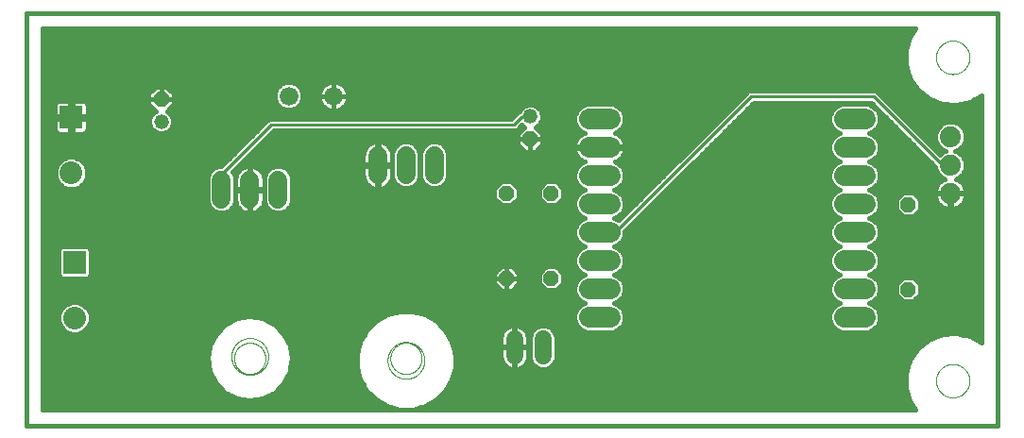
<source format=gbl>
G75*
%MOIN*%
%OFA0B0*%
%FSLAX25Y25*%
%IPPOS*%
%LPD*%
%AMOC8*
5,1,8,0,0,1.08239X$1,22.5*
%
%ADD10C,0.01600*%
%ADD11OC8,0.05200*%
%ADD12C,0.05200*%
%ADD13C,0.07400*%
%ADD14R,0.08000X0.08000*%
%ADD15C,0.08000*%
%ADD16C,0.06600*%
%ADD17C,0.07200*%
%ADD18C,0.06600*%
%ADD19C,0.00000*%
%ADD20C,0.06000*%
%ADD21C,0.01000*%
D10*
X0001800Y0002252D02*
X0001800Y0147921D01*
X0344320Y0147921D01*
X0344320Y0002252D01*
X0001800Y0002252D01*
X0007400Y0007852D02*
X0007400Y0142321D01*
X0315384Y0142321D01*
X0313435Y0139462D01*
X0311959Y0134677D01*
X0311959Y0129669D01*
X0313435Y0124884D01*
X0316256Y0120746D01*
X0316256Y0120746D01*
X0316256Y0120746D01*
X0320172Y0117624D01*
X0324833Y0115794D01*
X0329827Y0115420D01*
X0329827Y0115420D01*
X0334709Y0116535D01*
X0338720Y0118850D01*
X0338720Y0031323D01*
X0334709Y0033639D01*
X0329827Y0034753D01*
X0324833Y0034379D01*
X0320172Y0032549D01*
X0320172Y0032549D01*
X0316256Y0029427D01*
X0313435Y0025289D01*
X0311959Y0020504D01*
X0311959Y0015496D01*
X0313435Y0010711D01*
X0315384Y0007852D01*
X0007400Y0007852D01*
X0007400Y0008646D02*
X0130526Y0008646D01*
X0128981Y0009060D02*
X0133381Y0007881D01*
X0137936Y0007881D01*
X0142336Y0009060D01*
X0146281Y0011338D01*
X0149502Y0014559D01*
X0151779Y0018504D01*
X0152958Y0022904D01*
X0152958Y0027459D01*
X0151779Y0031859D01*
X0149502Y0035804D01*
X0146281Y0039025D01*
X0142336Y0041302D01*
X0137936Y0042481D01*
X0133381Y0042481D01*
X0128981Y0041302D01*
X0125036Y0039025D01*
X0121815Y0035804D01*
X0119537Y0031859D01*
X0118358Y0027459D01*
X0118358Y0022904D01*
X0119537Y0018504D01*
X0121815Y0014559D01*
X0125036Y0011338D01*
X0128981Y0009060D01*
X0126929Y0010245D02*
X0007400Y0010245D01*
X0007400Y0011843D02*
X0075879Y0011843D01*
X0075967Y0011798D02*
X0075967Y0011798D01*
X0080540Y0011074D01*
X0080540Y0011074D01*
X0085114Y0011798D01*
X0089239Y0013901D01*
X0092514Y0017175D01*
X0094616Y0021301D01*
X0095340Y0025874D01*
X0095340Y0025874D01*
X0094616Y0030447D01*
X0094616Y0030447D01*
X0092514Y0034573D01*
X0092514Y0034573D01*
X0089239Y0037847D01*
X0085114Y0039950D01*
X0080540Y0040674D01*
X0075967Y0039950D01*
X0075967Y0039950D01*
X0071841Y0037847D01*
X0068567Y0034573D01*
X0066465Y0030447D01*
X0065740Y0025874D01*
X0066465Y0021301D01*
X0066465Y0021301D01*
X0068567Y0017175D01*
X0068567Y0017175D01*
X0071841Y0013901D01*
X0075967Y0011798D01*
X0072742Y0013442D02*
X0007400Y0013442D01*
X0007400Y0015040D02*
X0070701Y0015040D01*
X0071841Y0013901D02*
X0071841Y0013901D01*
X0069103Y0016639D02*
X0007400Y0016639D01*
X0007400Y0018237D02*
X0068025Y0018237D01*
X0067211Y0019836D02*
X0007400Y0019836D01*
X0007400Y0021434D02*
X0066443Y0021434D01*
X0066190Y0023033D02*
X0007400Y0023033D01*
X0007400Y0024631D02*
X0065937Y0024631D01*
X0065740Y0025874D02*
X0065740Y0025874D01*
X0065796Y0026230D02*
X0007400Y0026230D01*
X0007400Y0027828D02*
X0066050Y0027828D01*
X0066303Y0029427D02*
X0007400Y0029427D01*
X0007400Y0031025D02*
X0066759Y0031025D01*
X0066465Y0030447D02*
X0066465Y0030447D01*
X0067573Y0032624D02*
X0007400Y0032624D01*
X0007400Y0034222D02*
X0068388Y0034222D01*
X0068567Y0034573D02*
X0068567Y0034573D01*
X0069814Y0035821D02*
X0022265Y0035821D01*
X0021862Y0035418D02*
X0023437Y0036993D01*
X0024290Y0039051D01*
X0024290Y0041279D01*
X0023437Y0043337D01*
X0021862Y0044913D01*
X0019804Y0045765D01*
X0017576Y0045765D01*
X0015518Y0044913D01*
X0013942Y0043337D01*
X0013090Y0041279D01*
X0013090Y0039051D01*
X0013942Y0036993D01*
X0015518Y0035418D01*
X0017576Y0034565D01*
X0019804Y0034565D01*
X0021862Y0035418D01*
X0023614Y0037419D02*
X0071413Y0037419D01*
X0071841Y0037847D02*
X0071841Y0037847D01*
X0074138Y0039018D02*
X0024276Y0039018D01*
X0024290Y0040616D02*
X0080175Y0040616D01*
X0080540Y0040674D02*
X0080540Y0040674D01*
X0080905Y0040616D02*
X0127793Y0040616D01*
X0125029Y0039018D02*
X0086943Y0039018D01*
X0085114Y0039950D02*
X0085114Y0039950D01*
X0089239Y0037847D02*
X0089239Y0037847D01*
X0089668Y0037419D02*
X0123430Y0037419D01*
X0121832Y0035821D02*
X0091266Y0035821D01*
X0092692Y0034222D02*
X0120902Y0034222D01*
X0119979Y0032624D02*
X0093507Y0032624D01*
X0094321Y0031025D02*
X0119314Y0031025D01*
X0118886Y0029427D02*
X0094777Y0029427D01*
X0095031Y0027828D02*
X0118457Y0027828D01*
X0118358Y0026230D02*
X0095284Y0026230D01*
X0095143Y0024631D02*
X0118358Y0024631D01*
X0118358Y0023033D02*
X0094890Y0023033D01*
X0094637Y0021434D02*
X0118752Y0021434D01*
X0119180Y0019836D02*
X0093869Y0019836D01*
X0093055Y0018237D02*
X0119691Y0018237D01*
X0120614Y0016639D02*
X0091977Y0016639D01*
X0092514Y0017175D02*
X0092514Y0017175D01*
X0090379Y0015040D02*
X0121537Y0015040D01*
X0122932Y0013442D02*
X0088338Y0013442D01*
X0089239Y0013901D02*
X0089239Y0013901D01*
X0089239Y0013901D01*
X0085201Y0011843D02*
X0124530Y0011843D01*
X0140791Y0008646D02*
X0314843Y0008646D01*
X0313753Y0010245D02*
X0144387Y0010245D01*
X0146786Y0011843D02*
X0313086Y0011843D01*
X0313435Y0010711D02*
X0313435Y0010711D01*
X0312593Y0013442D02*
X0148385Y0013442D01*
X0149780Y0015040D02*
X0312100Y0015040D01*
X0311959Y0016639D02*
X0150703Y0016639D01*
X0151625Y0018237D02*
X0311959Y0018237D01*
X0311959Y0019836D02*
X0152136Y0019836D01*
X0152565Y0021434D02*
X0312246Y0021434D01*
X0312739Y0023033D02*
X0186692Y0023033D01*
X0186571Y0022911D02*
X0187865Y0024205D01*
X0188565Y0025896D01*
X0188565Y0033726D01*
X0187865Y0035417D01*
X0186571Y0036711D01*
X0184880Y0037411D01*
X0183050Y0037411D01*
X0181360Y0036711D01*
X0180066Y0035417D01*
X0179365Y0033726D01*
X0179365Y0025896D01*
X0180066Y0024205D01*
X0181360Y0022911D01*
X0183050Y0022211D01*
X0184880Y0022211D01*
X0186571Y0022911D01*
X0188041Y0024631D02*
X0313232Y0024631D01*
X0313435Y0025289D02*
X0313435Y0025289D01*
X0314077Y0026230D02*
X0188565Y0026230D01*
X0188565Y0027828D02*
X0315166Y0027828D01*
X0316256Y0029427D02*
X0188565Y0029427D01*
X0188565Y0031025D02*
X0318261Y0031025D01*
X0316256Y0029427D02*
X0316256Y0029427D01*
X0316256Y0029427D01*
X0320361Y0032624D02*
X0188565Y0032624D01*
X0188360Y0034222D02*
X0324434Y0034222D01*
X0324833Y0034379D02*
X0324833Y0034379D01*
X0329827Y0034753D02*
X0329827Y0034753D01*
X0332153Y0034222D02*
X0338720Y0034222D01*
X0338720Y0032624D02*
X0336467Y0032624D01*
X0334709Y0033639D02*
X0334709Y0033639D01*
X0338720Y0035821D02*
X0300039Y0035821D01*
X0300550Y0036033D02*
X0298639Y0035241D01*
X0289370Y0035241D01*
X0287459Y0036033D01*
X0285996Y0037495D01*
X0285205Y0039407D01*
X0285205Y0041475D01*
X0285996Y0043387D01*
X0287459Y0044849D01*
X0288888Y0045441D01*
X0287459Y0046033D01*
X0285996Y0047495D01*
X0285205Y0049407D01*
X0285205Y0051475D01*
X0285996Y0053387D01*
X0287459Y0054849D01*
X0288888Y0055441D01*
X0287459Y0056033D01*
X0285996Y0057495D01*
X0285205Y0059407D01*
X0285205Y0061475D01*
X0285996Y0063387D01*
X0287459Y0064849D01*
X0288888Y0065441D01*
X0287459Y0066033D01*
X0285996Y0067495D01*
X0285205Y0069407D01*
X0285205Y0071475D01*
X0285996Y0073387D01*
X0287459Y0074849D01*
X0288888Y0075441D01*
X0287459Y0076033D01*
X0285996Y0077495D01*
X0285205Y0079407D01*
X0285205Y0081475D01*
X0285996Y0083387D01*
X0287459Y0084849D01*
X0288888Y0085441D01*
X0287459Y0086033D01*
X0285996Y0087495D01*
X0285205Y0089407D01*
X0285205Y0091475D01*
X0285996Y0093387D01*
X0287459Y0094849D01*
X0288888Y0095441D01*
X0287459Y0096033D01*
X0285996Y0097495D01*
X0285205Y0099407D01*
X0285205Y0101475D01*
X0285996Y0103387D01*
X0287459Y0104849D01*
X0288888Y0105441D01*
X0287459Y0106033D01*
X0285996Y0107495D01*
X0285205Y0109407D01*
X0285205Y0111475D01*
X0285996Y0113387D01*
X0287459Y0114849D01*
X0289370Y0115641D01*
X0298639Y0115641D01*
X0300550Y0114849D01*
X0302013Y0113387D01*
X0302805Y0111475D01*
X0302805Y0109407D01*
X0302013Y0107495D01*
X0300550Y0106033D01*
X0299122Y0105441D01*
X0300550Y0104849D01*
X0302013Y0103387D01*
X0302805Y0101475D01*
X0302805Y0099407D01*
X0302013Y0097495D01*
X0300550Y0096033D01*
X0299122Y0095441D01*
X0300550Y0094849D01*
X0302013Y0093387D01*
X0302805Y0091475D01*
X0302805Y0089407D01*
X0302013Y0087495D01*
X0300550Y0086033D01*
X0299122Y0085441D01*
X0300550Y0084849D01*
X0302013Y0083387D01*
X0302805Y0081475D01*
X0302805Y0079407D01*
X0302013Y0077495D01*
X0300550Y0076033D01*
X0299122Y0075441D01*
X0300550Y0074849D01*
X0302013Y0073387D01*
X0302805Y0071475D01*
X0302805Y0069407D01*
X0302013Y0067495D01*
X0300550Y0066033D01*
X0299122Y0065441D01*
X0300550Y0064849D01*
X0302013Y0063387D01*
X0302805Y0061475D01*
X0302805Y0059407D01*
X0302013Y0057495D01*
X0300550Y0056033D01*
X0299122Y0055441D01*
X0300550Y0054849D01*
X0302013Y0053387D01*
X0302805Y0051475D01*
X0302805Y0049407D01*
X0302013Y0047495D01*
X0300550Y0046033D01*
X0299122Y0045441D01*
X0300550Y0044849D01*
X0302013Y0043387D01*
X0302805Y0041475D01*
X0302805Y0039407D01*
X0302013Y0037495D01*
X0300550Y0036033D01*
X0301937Y0037419D02*
X0338720Y0037419D01*
X0338720Y0039018D02*
X0302644Y0039018D01*
X0302805Y0040616D02*
X0338720Y0040616D01*
X0338720Y0042215D02*
X0302498Y0042215D01*
X0301586Y0043813D02*
X0338720Y0043813D01*
X0338720Y0045412D02*
X0299192Y0045412D01*
X0301528Y0047010D02*
X0310118Y0047010D01*
X0311084Y0046044D02*
X0314563Y0046044D01*
X0317024Y0048504D01*
X0317024Y0051984D01*
X0314563Y0054444D01*
X0311084Y0054444D01*
X0308624Y0051984D01*
X0308624Y0048504D01*
X0311084Y0046044D01*
X0308624Y0048609D02*
X0302474Y0048609D01*
X0302805Y0050207D02*
X0308624Y0050207D01*
X0308624Y0051806D02*
X0302668Y0051806D01*
X0301995Y0053404D02*
X0310044Y0053404D01*
X0315603Y0053404D02*
X0338720Y0053404D01*
X0338720Y0051806D02*
X0317024Y0051806D01*
X0317024Y0050207D02*
X0338720Y0050207D01*
X0338720Y0048609D02*
X0317024Y0048609D01*
X0315530Y0047010D02*
X0338720Y0047010D01*
X0338720Y0055003D02*
X0300180Y0055003D01*
X0301119Y0056601D02*
X0338720Y0056601D01*
X0338720Y0058200D02*
X0302305Y0058200D01*
X0302805Y0059798D02*
X0338720Y0059798D01*
X0338720Y0061397D02*
X0302805Y0061397D01*
X0302175Y0062995D02*
X0338720Y0062995D01*
X0338720Y0064594D02*
X0300806Y0064594D01*
X0300710Y0066192D02*
X0338720Y0066192D01*
X0338720Y0067791D02*
X0302135Y0067791D01*
X0302798Y0069389D02*
X0338720Y0069389D01*
X0338720Y0070988D02*
X0302805Y0070988D01*
X0302344Y0072586D02*
X0338720Y0072586D01*
X0338720Y0074185D02*
X0301215Y0074185D01*
X0299949Y0075783D02*
X0338720Y0075783D01*
X0338720Y0077382D02*
X0315901Y0077382D01*
X0317024Y0078504D02*
X0314563Y0076044D01*
X0311084Y0076044D01*
X0308624Y0078504D01*
X0308624Y0081984D01*
X0311084Y0084444D01*
X0314563Y0084444D01*
X0317024Y0081984D01*
X0317024Y0078504D01*
X0317024Y0078981D02*
X0325831Y0078981D01*
X0325634Y0079045D02*
X0326457Y0078777D01*
X0327312Y0078642D01*
X0327545Y0078642D01*
X0327545Y0083942D01*
X0322245Y0083942D01*
X0322245Y0083709D01*
X0322380Y0082854D01*
X0322648Y0082030D01*
X0323041Y0081259D01*
X0323550Y0080559D01*
X0324162Y0079947D01*
X0324862Y0079438D01*
X0325634Y0079045D01*
X0327545Y0078981D02*
X0327945Y0078981D01*
X0327945Y0078642D02*
X0328178Y0078642D01*
X0329033Y0078777D01*
X0329856Y0079045D01*
X0330628Y0079438D01*
X0331328Y0079947D01*
X0331940Y0080559D01*
X0332449Y0081259D01*
X0332842Y0082030D01*
X0333109Y0082854D01*
X0333245Y0083709D01*
X0333245Y0083942D01*
X0327945Y0083942D01*
X0327945Y0084342D01*
X0333245Y0084342D01*
X0333245Y0084575D01*
X0333109Y0085430D01*
X0332842Y0086253D01*
X0332449Y0087024D01*
X0331940Y0087725D01*
X0331328Y0088337D01*
X0330628Y0088846D01*
X0329856Y0089239D01*
X0329801Y0089257D01*
X0330747Y0089649D01*
X0332238Y0091140D01*
X0333045Y0093087D01*
X0333045Y0095196D01*
X0332238Y0097144D01*
X0330747Y0098635D01*
X0329523Y0099142D01*
X0330747Y0099649D01*
X0332238Y0101140D01*
X0333045Y0103087D01*
X0333045Y0105196D01*
X0332238Y0107144D01*
X0330747Y0108635D01*
X0328799Y0109442D01*
X0326691Y0109442D01*
X0324743Y0108635D01*
X0323252Y0107144D01*
X0322445Y0105196D01*
X0322445Y0103087D01*
X0323252Y0101140D01*
X0324743Y0099649D01*
X0325966Y0099142D01*
X0324743Y0098635D01*
X0324015Y0097907D01*
X0301470Y0120452D01*
X0256530Y0120452D01*
X0255300Y0119222D01*
X0210739Y0074661D01*
X0210550Y0074849D01*
X0209122Y0075441D01*
X0210550Y0076033D01*
X0212013Y0077495D01*
X0212805Y0079407D01*
X0212805Y0081475D01*
X0212013Y0083387D01*
X0210550Y0084849D01*
X0209122Y0085441D01*
X0210550Y0086033D01*
X0212013Y0087495D01*
X0212805Y0089407D01*
X0212805Y0091475D01*
X0212013Y0093387D01*
X0210550Y0094849D01*
X0209372Y0095337D01*
X0209678Y0095437D01*
X0210435Y0095822D01*
X0211123Y0096322D01*
X0211724Y0096923D01*
X0212223Y0097611D01*
X0212609Y0098368D01*
X0212872Y0099176D01*
X0213005Y0100016D01*
X0213005Y0100241D01*
X0204205Y0100241D01*
X0204205Y0100641D01*
X0213005Y0100641D01*
X0213005Y0100866D01*
X0212872Y0101705D01*
X0212609Y0102514D01*
X0212223Y0103271D01*
X0211724Y0103959D01*
X0211123Y0104560D01*
X0210435Y0105059D01*
X0209678Y0105445D01*
X0209372Y0105545D01*
X0210550Y0106033D01*
X0212013Y0107495D01*
X0212805Y0109407D01*
X0212805Y0111475D01*
X0212013Y0113387D01*
X0210550Y0114849D01*
X0208639Y0115641D01*
X0199370Y0115641D01*
X0197459Y0114849D01*
X0195996Y0113387D01*
X0195205Y0111475D01*
X0195205Y0109407D01*
X0195996Y0107495D01*
X0197459Y0106033D01*
X0198637Y0105545D01*
X0198332Y0105445D01*
X0197574Y0105059D01*
X0196887Y0104560D01*
X0196286Y0103959D01*
X0195786Y0103271D01*
X0195400Y0102514D01*
X0195138Y0101705D01*
X0195005Y0100866D01*
X0195005Y0100641D01*
X0203805Y0100641D01*
X0203805Y0100241D01*
X0195005Y0100241D01*
X0195005Y0100016D01*
X0195138Y0099176D01*
X0195400Y0098368D01*
X0195786Y0097611D01*
X0196286Y0096923D01*
X0196887Y0096322D01*
X0197574Y0095822D01*
X0198332Y0095437D01*
X0198637Y0095337D01*
X0197459Y0094849D01*
X0195996Y0093387D01*
X0195205Y0091475D01*
X0195205Y0089407D01*
X0195996Y0087495D01*
X0197459Y0086033D01*
X0198888Y0085441D01*
X0197459Y0084849D01*
X0195996Y0083387D01*
X0195205Y0081475D01*
X0195205Y0079407D01*
X0195996Y0077495D01*
X0197459Y0076033D01*
X0198888Y0075441D01*
X0197459Y0074849D01*
X0195996Y0073387D01*
X0195205Y0071475D01*
X0195205Y0069407D01*
X0195996Y0067495D01*
X0197459Y0066033D01*
X0198888Y0065441D01*
X0197459Y0064849D01*
X0195996Y0063387D01*
X0195205Y0061475D01*
X0195205Y0059407D01*
X0195996Y0057495D01*
X0197459Y0056033D01*
X0198888Y0055441D01*
X0197459Y0054849D01*
X0195996Y0053387D01*
X0195205Y0051475D01*
X0195205Y0049407D01*
X0195996Y0047495D01*
X0197459Y0046033D01*
X0198888Y0045441D01*
X0197459Y0044849D01*
X0195996Y0043387D01*
X0195205Y0041475D01*
X0195205Y0039407D01*
X0195996Y0037495D01*
X0197459Y0036033D01*
X0199370Y0035241D01*
X0208639Y0035241D01*
X0210550Y0036033D01*
X0212013Y0037495D01*
X0212805Y0039407D01*
X0212805Y0041475D01*
X0212013Y0043387D01*
X0210550Y0044849D01*
X0209122Y0045441D01*
X0210550Y0046033D01*
X0212013Y0047495D01*
X0212805Y0049407D01*
X0212805Y0051475D01*
X0212013Y0053387D01*
X0210550Y0054849D01*
X0209122Y0055441D01*
X0210550Y0056033D01*
X0212013Y0057495D01*
X0212805Y0059407D01*
X0212805Y0061475D01*
X0212013Y0063387D01*
X0210550Y0064849D01*
X0209122Y0065441D01*
X0210550Y0066033D01*
X0212013Y0067495D01*
X0212805Y0069407D01*
X0212805Y0070787D01*
X0258270Y0116252D01*
X0299730Y0116252D01*
X0322445Y0093537D01*
X0322445Y0093087D01*
X0323252Y0091140D01*
X0324743Y0089649D01*
X0325689Y0089257D01*
X0325634Y0089239D01*
X0324862Y0088846D01*
X0324162Y0088337D01*
X0323550Y0087725D01*
X0323041Y0087024D01*
X0322648Y0086253D01*
X0322380Y0085430D01*
X0322245Y0084575D01*
X0322245Y0084342D01*
X0327545Y0084342D01*
X0327545Y0083942D01*
X0327945Y0083942D01*
X0327945Y0078642D01*
X0329659Y0078981D02*
X0338720Y0078981D01*
X0338720Y0080579D02*
X0331955Y0080579D01*
X0332890Y0082178D02*
X0338720Y0082178D01*
X0338720Y0083776D02*
X0333245Y0083776D01*
X0333118Y0085375D02*
X0338720Y0085375D01*
X0338720Y0086973D02*
X0332475Y0086973D01*
X0331005Y0088572D02*
X0338720Y0088572D01*
X0338720Y0090170D02*
X0331269Y0090170D01*
X0332499Y0091769D02*
X0338720Y0091769D01*
X0338720Y0093367D02*
X0333045Y0093367D01*
X0333045Y0094966D02*
X0338720Y0094966D01*
X0338720Y0096564D02*
X0332478Y0096564D01*
X0331219Y0098163D02*
X0338720Y0098163D01*
X0338720Y0099761D02*
X0330860Y0099761D01*
X0332329Y0101360D02*
X0338720Y0101360D01*
X0338720Y0102958D02*
X0332991Y0102958D01*
X0333045Y0104557D02*
X0338720Y0104557D01*
X0338720Y0106155D02*
X0332648Y0106155D01*
X0331628Y0107754D02*
X0338720Y0107754D01*
X0338720Y0109352D02*
X0329015Y0109352D01*
X0326475Y0109352D02*
X0312570Y0109352D01*
X0310971Y0110951D02*
X0338720Y0110951D01*
X0338720Y0112549D02*
X0309373Y0112549D01*
X0307774Y0114148D02*
X0338720Y0114148D01*
X0338720Y0115746D02*
X0331256Y0115746D01*
X0334709Y0116535D02*
X0334709Y0116535D01*
X0336113Y0117345D02*
X0338720Y0117345D01*
X0325476Y0115746D02*
X0306176Y0115746D01*
X0304577Y0117345D02*
X0320883Y0117345D01*
X0320172Y0117624D02*
X0320172Y0117624D01*
X0318517Y0118943D02*
X0302979Y0118943D01*
X0300236Y0115746D02*
X0257764Y0115746D01*
X0256166Y0114148D02*
X0286758Y0114148D01*
X0285650Y0112549D02*
X0254567Y0112549D01*
X0252969Y0110951D02*
X0285205Y0110951D01*
X0285227Y0109352D02*
X0251370Y0109352D01*
X0247029Y0110951D02*
X0212805Y0110951D01*
X0212782Y0109352D02*
X0245430Y0109352D01*
X0243832Y0107754D02*
X0212120Y0107754D01*
X0210673Y0106155D02*
X0242233Y0106155D01*
X0240635Y0104557D02*
X0211126Y0104557D01*
X0212383Y0102958D02*
X0239036Y0102958D01*
X0237438Y0101360D02*
X0212927Y0101360D01*
X0212964Y0099761D02*
X0235839Y0099761D01*
X0234241Y0098163D02*
X0212504Y0098163D01*
X0211365Y0096564D02*
X0232642Y0096564D01*
X0231044Y0094966D02*
X0210269Y0094966D01*
X0212021Y0093367D02*
X0229445Y0093367D01*
X0227847Y0091769D02*
X0212683Y0091769D01*
X0212805Y0090170D02*
X0226248Y0090170D01*
X0224650Y0088572D02*
X0212459Y0088572D01*
X0211491Y0086973D02*
X0223051Y0086973D01*
X0221453Y0085375D02*
X0209282Y0085375D01*
X0211624Y0083776D02*
X0219854Y0083776D01*
X0218256Y0082178D02*
X0212514Y0082178D01*
X0212805Y0080579D02*
X0216657Y0080579D01*
X0215059Y0078981D02*
X0212628Y0078981D01*
X0211900Y0077382D02*
X0213460Y0077382D01*
X0211862Y0075783D02*
X0209949Y0075783D01*
X0214604Y0072586D02*
X0285665Y0072586D01*
X0285205Y0070988D02*
X0213006Y0070988D01*
X0212798Y0069389D02*
X0285212Y0069389D01*
X0285874Y0067791D02*
X0212135Y0067791D01*
X0210710Y0066192D02*
X0287299Y0066192D01*
X0287204Y0064594D02*
X0210806Y0064594D01*
X0212175Y0062995D02*
X0285834Y0062995D01*
X0285205Y0061397D02*
X0212805Y0061397D01*
X0212805Y0059798D02*
X0285205Y0059798D01*
X0285705Y0058200D02*
X0212305Y0058200D01*
X0211119Y0056601D02*
X0286890Y0056601D01*
X0287830Y0055003D02*
X0210180Y0055003D01*
X0211995Y0053404D02*
X0286014Y0053404D01*
X0285342Y0051806D02*
X0212668Y0051806D01*
X0212805Y0050207D02*
X0285205Y0050207D01*
X0285535Y0048609D02*
X0212474Y0048609D01*
X0211528Y0047010D02*
X0286481Y0047010D01*
X0288817Y0045412D02*
X0209192Y0045412D01*
X0211586Y0043813D02*
X0286423Y0043813D01*
X0285511Y0042215D02*
X0212498Y0042215D01*
X0212805Y0040616D02*
X0285205Y0040616D01*
X0285366Y0039018D02*
X0212644Y0039018D01*
X0211937Y0037419D02*
X0286073Y0037419D01*
X0287971Y0035821D02*
X0210039Y0035821D01*
X0197971Y0035821D02*
X0187461Y0035821D01*
X0180470Y0035821D02*
X0177712Y0035821D01*
X0177627Y0035938D02*
X0178071Y0035327D01*
X0178414Y0034654D01*
X0178647Y0033935D01*
X0178765Y0033189D01*
X0178765Y0030011D01*
X0174165Y0030011D01*
X0173765Y0030011D01*
X0173765Y0029611D01*
X0169165Y0029611D01*
X0169165Y0026433D01*
X0169284Y0025687D01*
X0169517Y0024968D01*
X0169860Y0024295D01*
X0170304Y0023684D01*
X0170838Y0023150D01*
X0171450Y0022706D01*
X0172123Y0022363D01*
X0172841Y0022129D01*
X0173588Y0022011D01*
X0173765Y0022011D01*
X0173765Y0029611D01*
X0174165Y0029611D01*
X0174165Y0022011D01*
X0174343Y0022011D01*
X0175089Y0022129D01*
X0175808Y0022363D01*
X0176481Y0022706D01*
X0177092Y0023150D01*
X0177627Y0023684D01*
X0178071Y0024295D01*
X0178414Y0024968D01*
X0178647Y0025687D01*
X0178765Y0026433D01*
X0178765Y0029611D01*
X0174165Y0029611D01*
X0174165Y0030011D01*
X0174165Y0037611D01*
X0174343Y0037611D01*
X0175089Y0037493D01*
X0175808Y0037259D01*
X0176481Y0036916D01*
X0177092Y0036472D01*
X0177627Y0035938D01*
X0175316Y0037419D02*
X0196073Y0037419D01*
X0195366Y0039018D02*
X0146288Y0039018D01*
X0143524Y0040616D02*
X0195205Y0040616D01*
X0195511Y0042215D02*
X0138930Y0042215D01*
X0132387Y0042215D02*
X0023902Y0042215D01*
X0022961Y0043813D02*
X0196423Y0043813D01*
X0198817Y0045412D02*
X0020657Y0045412D01*
X0016722Y0045412D02*
X0007400Y0045412D01*
X0007400Y0047010D02*
X0196481Y0047010D01*
X0195535Y0048609D02*
X0007400Y0048609D01*
X0007400Y0050207D02*
X0168843Y0050207D01*
X0169269Y0049781D02*
X0166691Y0052359D01*
X0166691Y0054181D01*
X0171091Y0054181D01*
X0171091Y0054181D01*
X0166691Y0054181D01*
X0166691Y0056004D01*
X0169269Y0058581D01*
X0171091Y0058581D01*
X0171091Y0054181D01*
X0171091Y0054181D01*
X0171091Y0049781D01*
X0169269Y0049781D01*
X0171091Y0049781D02*
X0172914Y0049781D01*
X0175491Y0052359D01*
X0175491Y0054181D01*
X0171091Y0054181D01*
X0171091Y0054181D01*
X0171091Y0049781D01*
X0171091Y0050207D02*
X0171091Y0050207D01*
X0171091Y0051806D02*
X0171091Y0051806D01*
X0171091Y0053404D02*
X0171091Y0053404D01*
X0171091Y0054181D02*
X0171091Y0054181D01*
X0171091Y0058581D01*
X0172914Y0058581D01*
X0175491Y0056004D01*
X0175491Y0054181D01*
X0171091Y0054181D01*
X0171091Y0055003D02*
X0171091Y0055003D01*
X0171091Y0056601D02*
X0171091Y0056601D01*
X0171091Y0058200D02*
X0171091Y0058200D01*
X0168888Y0058200D02*
X0024290Y0058200D01*
X0024290Y0059798D02*
X0195205Y0059798D01*
X0195705Y0058200D02*
X0188760Y0058200D01*
X0188579Y0058381D02*
X0185100Y0058381D01*
X0182639Y0055921D01*
X0182639Y0052441D01*
X0185100Y0049981D01*
X0188579Y0049981D01*
X0191039Y0052441D01*
X0191039Y0055921D01*
X0188579Y0058381D01*
X0190359Y0056601D02*
X0196890Y0056601D01*
X0197830Y0055003D02*
X0191039Y0055003D01*
X0191039Y0053404D02*
X0196014Y0053404D01*
X0195342Y0051806D02*
X0190404Y0051806D01*
X0188805Y0050207D02*
X0195205Y0050207D01*
X0184873Y0050207D02*
X0173340Y0050207D01*
X0174939Y0051806D02*
X0183275Y0051806D01*
X0182639Y0053404D02*
X0175491Y0053404D01*
X0175491Y0055003D02*
X0182639Y0055003D01*
X0183320Y0056601D02*
X0174894Y0056601D01*
X0173295Y0058200D02*
X0184918Y0058200D01*
X0195205Y0061397D02*
X0024290Y0061397D01*
X0024290Y0062995D02*
X0195834Y0062995D01*
X0197204Y0064594D02*
X0024209Y0064594D01*
X0024290Y0064513D02*
X0023352Y0065450D01*
X0014027Y0065450D01*
X0013090Y0064513D01*
X0013090Y0055188D01*
X0014027Y0054250D01*
X0023352Y0054250D01*
X0024290Y0055188D01*
X0024290Y0064513D01*
X0013171Y0064594D02*
X0007400Y0064594D01*
X0007400Y0066192D02*
X0197299Y0066192D01*
X0195874Y0067791D02*
X0007400Y0067791D01*
X0007400Y0069389D02*
X0195212Y0069389D01*
X0195205Y0070988D02*
X0007400Y0070988D01*
X0007400Y0072586D02*
X0195665Y0072586D01*
X0196795Y0074185D02*
X0007400Y0074185D01*
X0007400Y0075783D02*
X0198061Y0075783D01*
X0196110Y0077382D02*
X0091570Y0077382D01*
X0091515Y0077359D02*
X0093316Y0078105D01*
X0094694Y0079483D01*
X0095440Y0081284D01*
X0095440Y0089834D01*
X0094694Y0091635D01*
X0093316Y0093013D01*
X0091515Y0093759D01*
X0089565Y0093759D01*
X0087765Y0093013D01*
X0086386Y0091635D01*
X0085640Y0089834D01*
X0085640Y0081284D01*
X0086386Y0079483D01*
X0087765Y0078105D01*
X0089565Y0077359D01*
X0091515Y0077359D01*
X0089510Y0077382D02*
X0082034Y0077382D01*
X0081734Y0077285D02*
X0082498Y0077533D01*
X0083213Y0077897D01*
X0083863Y0078369D01*
X0084430Y0078937D01*
X0084902Y0079586D01*
X0085266Y0080301D01*
X0085515Y0081065D01*
X0085640Y0081858D01*
X0085640Y0085259D01*
X0080840Y0085259D01*
X0080840Y0077159D01*
X0080942Y0077159D01*
X0081734Y0077285D01*
X0080840Y0077382D02*
X0080240Y0077382D01*
X0080240Y0077159D02*
X0080240Y0085259D01*
X0075440Y0085259D01*
X0075440Y0081858D01*
X0075566Y0081065D01*
X0075814Y0080301D01*
X0076178Y0079586D01*
X0076650Y0078937D01*
X0077218Y0078369D01*
X0077867Y0077897D01*
X0078582Y0077533D01*
X0079346Y0077285D01*
X0080139Y0077159D01*
X0080240Y0077159D01*
X0079046Y0077382D02*
X0071570Y0077382D01*
X0071515Y0077359D02*
X0073316Y0078105D01*
X0074694Y0079483D01*
X0075440Y0081284D01*
X0075440Y0089834D01*
X0074694Y0091635D01*
X0074523Y0091805D01*
X0089070Y0106352D01*
X0174570Y0106352D01*
X0176504Y0108286D01*
X0177059Y0107731D01*
X0177480Y0107556D01*
X0175038Y0105114D01*
X0175038Y0103291D01*
X0175038Y0101469D01*
X0177615Y0098891D01*
X0179438Y0098891D01*
X0181260Y0098891D01*
X0183838Y0101469D01*
X0183838Y0103291D01*
X0179438Y0103291D01*
X0179438Y0098891D01*
X0179438Y0103291D01*
X0179438Y0103291D01*
X0179438Y0103291D01*
X0183838Y0103291D01*
X0183838Y0105114D01*
X0181395Y0107556D01*
X0181817Y0107731D01*
X0182998Y0108912D01*
X0183638Y0110456D01*
X0183638Y0112127D01*
X0182998Y0113670D01*
X0181817Y0114852D01*
X0180273Y0115491D01*
X0178602Y0115491D01*
X0177059Y0114852D01*
X0175877Y0113670D01*
X0175704Y0113252D01*
X0175530Y0113252D01*
X0174300Y0112022D01*
X0172830Y0110552D01*
X0087330Y0110552D01*
X0086100Y0109322D01*
X0070537Y0093759D01*
X0069565Y0093759D01*
X0067765Y0093013D01*
X0066386Y0091635D01*
X0065640Y0089834D01*
X0065640Y0081284D01*
X0066386Y0079483D01*
X0067765Y0078105D01*
X0069565Y0077359D01*
X0071515Y0077359D01*
X0069510Y0077382D02*
X0007400Y0077382D01*
X0007400Y0078981D02*
X0066889Y0078981D01*
X0065932Y0080579D02*
X0007400Y0080579D01*
X0007400Y0082178D02*
X0065640Y0082178D01*
X0065640Y0083776D02*
X0007400Y0083776D01*
X0007400Y0085375D02*
X0065640Y0085375D01*
X0065640Y0086973D02*
X0021055Y0086973D01*
X0020681Y0086599D02*
X0022256Y0088174D01*
X0023109Y0090233D01*
X0023109Y0092460D01*
X0022256Y0094519D01*
X0020681Y0096094D01*
X0018623Y0096946D01*
X0016395Y0096946D01*
X0014337Y0096094D01*
X0012761Y0094519D01*
X0011909Y0092460D01*
X0011909Y0090233D01*
X0012761Y0088174D01*
X0014337Y0086599D01*
X0016395Y0085746D01*
X0018623Y0085746D01*
X0020681Y0086599D01*
X0013962Y0086973D02*
X0007400Y0086973D01*
X0007400Y0088572D02*
X0012597Y0088572D01*
X0011935Y0090170D02*
X0007400Y0090170D01*
X0007400Y0091769D02*
X0011909Y0091769D01*
X0012284Y0093367D02*
X0007400Y0093367D01*
X0007400Y0094966D02*
X0013208Y0094966D01*
X0015472Y0096564D02*
X0007400Y0096564D01*
X0007400Y0098163D02*
X0074941Y0098163D01*
X0076539Y0099761D02*
X0007400Y0099761D01*
X0007400Y0101360D02*
X0078138Y0101360D01*
X0079736Y0102958D02*
X0007400Y0102958D01*
X0007400Y0104557D02*
X0081335Y0104557D01*
X0082933Y0106155D02*
X0051863Y0106155D01*
X0051659Y0105951D02*
X0052841Y0107133D01*
X0053480Y0108676D01*
X0053480Y0110347D01*
X0052841Y0111891D01*
X0051659Y0113072D01*
X0051238Y0113247D01*
X0053680Y0115689D01*
X0053680Y0117512D01*
X0053680Y0119334D01*
X0051103Y0121912D01*
X0049280Y0121912D01*
X0047458Y0121912D01*
X0044880Y0119334D01*
X0044880Y0117512D01*
X0049280Y0117512D01*
X0049280Y0117512D01*
X0049280Y0121912D01*
X0049280Y0117512D01*
X0049280Y0117512D01*
X0044880Y0117512D01*
X0044880Y0115689D01*
X0047323Y0113247D01*
X0046901Y0113072D01*
X0045720Y0111891D01*
X0045080Y0110347D01*
X0045080Y0108676D01*
X0045720Y0107133D01*
X0046901Y0105951D01*
X0048445Y0105312D01*
X0050116Y0105312D01*
X0051659Y0105951D01*
X0053098Y0107754D02*
X0084532Y0107754D01*
X0088873Y0106155D02*
X0176079Y0106155D01*
X0175972Y0107754D02*
X0177036Y0107754D01*
X0181840Y0107754D02*
X0195889Y0107754D01*
X0197337Y0106155D02*
X0182796Y0106155D01*
X0183838Y0104557D02*
X0196884Y0104557D01*
X0195627Y0102958D02*
X0183838Y0102958D01*
X0183729Y0101360D02*
X0195083Y0101360D01*
X0195045Y0099761D02*
X0182130Y0099761D01*
X0179438Y0099761D02*
X0179438Y0099761D01*
X0179438Y0101360D02*
X0179438Y0101360D01*
X0179438Y0102958D02*
X0179438Y0102958D01*
X0179438Y0103291D02*
X0175038Y0103291D01*
X0179438Y0103291D01*
X0179438Y0103291D01*
X0175038Y0102958D02*
X0085676Y0102958D01*
X0084078Y0101360D02*
X0122324Y0101360D01*
X0122336Y0101371D02*
X0121768Y0100804D01*
X0121296Y0100154D01*
X0120932Y0099439D01*
X0120684Y0098675D01*
X0120558Y0097882D01*
X0120558Y0094481D01*
X0125358Y0094481D01*
X0125358Y0093881D01*
X0120558Y0093881D01*
X0120558Y0090480D01*
X0120684Y0089687D01*
X0120932Y0088923D01*
X0121296Y0088208D01*
X0121768Y0087559D01*
X0122336Y0086991D01*
X0122985Y0086519D01*
X0123701Y0086155D01*
X0124464Y0085907D01*
X0125257Y0085781D01*
X0125358Y0085781D01*
X0125358Y0093881D01*
X0125958Y0093881D01*
X0125958Y0085781D01*
X0126060Y0085781D01*
X0126853Y0085907D01*
X0127616Y0086155D01*
X0128331Y0086519D01*
X0128981Y0086991D01*
X0129548Y0087559D01*
X0130020Y0088208D01*
X0130385Y0088923D01*
X0130633Y0089687D01*
X0130758Y0090480D01*
X0130758Y0093881D01*
X0125958Y0093881D01*
X0125958Y0094481D01*
X0125358Y0094481D01*
X0125358Y0102581D01*
X0125257Y0102581D01*
X0124464Y0102456D01*
X0123701Y0102207D01*
X0122985Y0101843D01*
X0122336Y0101371D01*
X0121096Y0099761D02*
X0082479Y0099761D01*
X0080881Y0098163D02*
X0120603Y0098163D01*
X0120558Y0096564D02*
X0079282Y0096564D01*
X0077683Y0094966D02*
X0120558Y0094966D01*
X0120558Y0093367D02*
X0092461Y0093367D01*
X0094560Y0091769D02*
X0120558Y0091769D01*
X0120607Y0090170D02*
X0095301Y0090170D01*
X0095440Y0088572D02*
X0121111Y0088572D01*
X0122361Y0086973D02*
X0095440Y0086973D01*
X0095440Y0085375D02*
X0166891Y0085375D01*
X0166891Y0085921D02*
X0166891Y0082441D01*
X0169352Y0079981D01*
X0172831Y0079981D01*
X0175291Y0082441D01*
X0175291Y0085921D01*
X0172831Y0088381D01*
X0169352Y0088381D01*
X0166891Y0085921D01*
X0167944Y0086973D02*
X0148680Y0086973D01*
X0148434Y0086727D02*
X0149812Y0088105D01*
X0150558Y0089906D01*
X0150558Y0098456D01*
X0149812Y0100257D01*
X0148434Y0101635D01*
X0146633Y0102381D01*
X0144684Y0102381D01*
X0142883Y0101635D01*
X0141504Y0100257D01*
X0140758Y0098456D01*
X0140758Y0089906D01*
X0141504Y0088105D01*
X0142883Y0086727D01*
X0144684Y0085981D01*
X0146633Y0085981D01*
X0148434Y0086727D01*
X0142637Y0086973D02*
X0138680Y0086973D01*
X0138434Y0086727D02*
X0139812Y0088105D01*
X0140558Y0089906D01*
X0140558Y0098456D01*
X0139812Y0100257D01*
X0138434Y0101635D01*
X0136633Y0102381D01*
X0134684Y0102381D01*
X0132883Y0101635D01*
X0131504Y0100257D01*
X0130758Y0098456D01*
X0130758Y0089906D01*
X0131504Y0088105D01*
X0132883Y0086727D01*
X0134684Y0085981D01*
X0136633Y0085981D01*
X0138434Y0086727D01*
X0132637Y0086973D02*
X0128956Y0086973D01*
X0130205Y0088572D02*
X0131311Y0088572D01*
X0130758Y0090170D02*
X0130709Y0090170D01*
X0130758Y0091769D02*
X0130758Y0091769D01*
X0130758Y0093367D02*
X0130758Y0093367D01*
X0130758Y0094481D02*
X0125958Y0094481D01*
X0125958Y0102581D01*
X0126060Y0102581D01*
X0126853Y0102456D01*
X0127616Y0102207D01*
X0128331Y0101843D01*
X0128981Y0101371D01*
X0129548Y0100804D01*
X0130020Y0100154D01*
X0130385Y0099439D01*
X0130633Y0098675D01*
X0130758Y0097882D01*
X0130758Y0094481D01*
X0130758Y0094966D02*
X0130758Y0094966D01*
X0130758Y0096564D02*
X0130758Y0096564D01*
X0130714Y0098163D02*
X0130758Y0098163D01*
X0130220Y0099761D02*
X0131299Y0099761D01*
X0132607Y0101360D02*
X0128992Y0101360D01*
X0125958Y0101360D02*
X0125358Y0101360D01*
X0125358Y0099761D02*
X0125958Y0099761D01*
X0125958Y0098163D02*
X0125358Y0098163D01*
X0125358Y0096564D02*
X0125958Y0096564D01*
X0125958Y0094966D02*
X0125358Y0094966D01*
X0125358Y0093367D02*
X0125958Y0093367D01*
X0125958Y0091769D02*
X0125358Y0091769D01*
X0125358Y0090170D02*
X0125958Y0090170D01*
X0125958Y0088572D02*
X0125358Y0088572D01*
X0125358Y0086973D02*
X0125958Y0086973D01*
X0140005Y0088572D02*
X0141311Y0088572D01*
X0140758Y0090170D02*
X0140558Y0090170D01*
X0140558Y0091769D02*
X0140758Y0091769D01*
X0140758Y0093367D02*
X0140558Y0093367D01*
X0140558Y0094966D02*
X0140758Y0094966D01*
X0140758Y0096564D02*
X0140558Y0096564D01*
X0140558Y0098163D02*
X0140758Y0098163D01*
X0141299Y0099761D02*
X0140018Y0099761D01*
X0138709Y0101360D02*
X0142607Y0101360D01*
X0148709Y0101360D02*
X0175147Y0101360D01*
X0176745Y0099761D02*
X0150018Y0099761D01*
X0150558Y0098163D02*
X0195505Y0098163D01*
X0196645Y0096564D02*
X0150558Y0096564D01*
X0150558Y0094966D02*
X0197740Y0094966D01*
X0195988Y0093367D02*
X0150558Y0093367D01*
X0150558Y0091769D02*
X0195326Y0091769D01*
X0195205Y0090170D02*
X0150558Y0090170D01*
X0150005Y0088572D02*
X0195551Y0088572D01*
X0196519Y0086973D02*
X0189987Y0086973D01*
X0191039Y0085921D02*
X0188579Y0088381D01*
X0185100Y0088381D01*
X0182639Y0085921D01*
X0182639Y0082441D01*
X0185100Y0079981D01*
X0188579Y0079981D01*
X0191039Y0082441D01*
X0191039Y0085921D01*
X0191039Y0085375D02*
X0198727Y0085375D01*
X0196386Y0083776D02*
X0191039Y0083776D01*
X0190775Y0082178D02*
X0195496Y0082178D01*
X0195205Y0080579D02*
X0189177Y0080579D01*
X0184502Y0080579D02*
X0173429Y0080579D01*
X0175027Y0082178D02*
X0182903Y0082178D01*
X0182639Y0083776D02*
X0175291Y0083776D01*
X0175291Y0085375D02*
X0182639Y0085375D01*
X0183692Y0086973D02*
X0174239Y0086973D01*
X0166891Y0083776D02*
X0095440Y0083776D01*
X0095440Y0082178D02*
X0167155Y0082178D01*
X0168754Y0080579D02*
X0095148Y0080579D01*
X0094191Y0078981D02*
X0195381Y0078981D01*
X0216203Y0074185D02*
X0286795Y0074185D01*
X0288061Y0075783D02*
X0217801Y0075783D01*
X0219400Y0077382D02*
X0286110Y0077382D01*
X0285381Y0078981D02*
X0220998Y0078981D01*
X0222597Y0080579D02*
X0285205Y0080579D01*
X0285496Y0082178D02*
X0224195Y0082178D01*
X0225794Y0083776D02*
X0286386Y0083776D01*
X0288727Y0085375D02*
X0227392Y0085375D01*
X0228991Y0086973D02*
X0286519Y0086973D01*
X0285551Y0088572D02*
X0230589Y0088572D01*
X0232188Y0090170D02*
X0285205Y0090170D01*
X0285326Y0091769D02*
X0233786Y0091769D01*
X0235385Y0093367D02*
X0285988Y0093367D01*
X0287740Y0094966D02*
X0236984Y0094966D01*
X0238582Y0096564D02*
X0286928Y0096564D01*
X0285720Y0098163D02*
X0240181Y0098163D01*
X0241779Y0099761D02*
X0285205Y0099761D01*
X0285205Y0101360D02*
X0243378Y0101360D01*
X0244976Y0102958D02*
X0285819Y0102958D01*
X0287167Y0104557D02*
X0246575Y0104557D01*
X0248173Y0106155D02*
X0287337Y0106155D01*
X0285889Y0107754D02*
X0249772Y0107754D01*
X0248627Y0112549D02*
X0212360Y0112549D01*
X0211252Y0114148D02*
X0250226Y0114148D01*
X0251824Y0115746D02*
X0114323Y0115746D01*
X0114390Y0115839D02*
X0114755Y0116554D01*
X0115003Y0117318D01*
X0115128Y0118110D01*
X0115128Y0118512D01*
X0115128Y0118913D01*
X0115003Y0119706D01*
X0114755Y0120470D01*
X0114390Y0121185D01*
X0113918Y0121834D01*
X0113351Y0122402D01*
X0112701Y0122874D01*
X0111986Y0123238D01*
X0111223Y0123486D01*
X0110430Y0123612D01*
X0110028Y0123612D01*
X0109627Y0123612D01*
X0108834Y0123486D01*
X0108071Y0123238D01*
X0107355Y0122874D01*
X0106706Y0122402D01*
X0106138Y0121834D01*
X0105666Y0121185D01*
X0105302Y0120470D01*
X0105054Y0119706D01*
X0104928Y0118913D01*
X0104928Y0118512D01*
X0110028Y0118512D01*
X0110028Y0118512D01*
X0110028Y0123612D01*
X0110028Y0118512D01*
X0110028Y0118512D01*
X0104928Y0118512D01*
X0104928Y0118110D01*
X0105054Y0117318D01*
X0105302Y0116554D01*
X0105666Y0115839D01*
X0106138Y0115189D01*
X0106706Y0114622D01*
X0107355Y0114150D01*
X0108071Y0113785D01*
X0108834Y0113537D01*
X0109627Y0113412D01*
X0110028Y0113412D01*
X0110028Y0118512D01*
X0110028Y0118512D01*
X0115128Y0118512D01*
X0110028Y0118512D01*
X0110028Y0118512D01*
X0110028Y0113412D01*
X0110430Y0113412D01*
X0111223Y0113537D01*
X0111986Y0113785D01*
X0112701Y0114150D01*
X0113351Y0114622D01*
X0113918Y0115189D01*
X0114390Y0115839D01*
X0115007Y0117345D02*
X0253423Y0117345D01*
X0255021Y0118943D02*
X0115124Y0118943D01*
X0114718Y0120542D02*
X0316513Y0120542D01*
X0315306Y0122140D02*
X0113612Y0122140D01*
X0110028Y0122140D02*
X0110028Y0122140D01*
X0110028Y0120542D02*
X0110028Y0120542D01*
X0110028Y0118943D02*
X0110028Y0118943D01*
X0110028Y0117345D02*
X0110028Y0117345D01*
X0110028Y0115746D02*
X0110028Y0115746D01*
X0110028Y0114148D02*
X0110028Y0114148D01*
X0107360Y0114148D02*
X0096549Y0114148D01*
X0097056Y0114358D02*
X0095255Y0113612D01*
X0093306Y0113612D01*
X0091505Y0114358D01*
X0090126Y0115736D01*
X0089380Y0117537D01*
X0089380Y0119486D01*
X0090126Y0121287D01*
X0091505Y0122666D01*
X0093306Y0123412D01*
X0095255Y0123412D01*
X0097056Y0122666D01*
X0098434Y0121287D01*
X0099180Y0119486D01*
X0099180Y0117537D01*
X0098434Y0115736D01*
X0097056Y0114358D01*
X0098438Y0115746D02*
X0105734Y0115746D01*
X0105050Y0117345D02*
X0099101Y0117345D01*
X0099180Y0118943D02*
X0104933Y0118943D01*
X0105339Y0120542D02*
X0098743Y0120542D01*
X0097581Y0122140D02*
X0106444Y0122140D01*
X0090979Y0122140D02*
X0007400Y0122140D01*
X0007400Y0120542D02*
X0046088Y0120542D01*
X0044880Y0118943D02*
X0007400Y0118943D01*
X0007400Y0117345D02*
X0044880Y0117345D01*
X0044880Y0115746D02*
X0023174Y0115746D01*
X0023186Y0115726D02*
X0022949Y0116137D01*
X0022614Y0116472D01*
X0022203Y0116709D01*
X0021746Y0116831D01*
X0017988Y0116831D01*
X0017988Y0111511D01*
X0017029Y0111511D01*
X0017029Y0110552D01*
X0011709Y0110552D01*
X0011709Y0106795D01*
X0011831Y0106337D01*
X0012068Y0105926D01*
X0012403Y0105591D01*
X0012814Y0105354D01*
X0013272Y0105231D01*
X0017029Y0105231D01*
X0017029Y0110552D01*
X0017988Y0110552D01*
X0017988Y0105231D01*
X0021746Y0105231D01*
X0022203Y0105354D01*
X0022614Y0105591D01*
X0022949Y0105926D01*
X0023186Y0106337D01*
X0023309Y0106795D01*
X0023309Y0110552D01*
X0017988Y0110552D01*
X0017988Y0111511D01*
X0023309Y0111511D01*
X0023309Y0115268D01*
X0023186Y0115726D01*
X0023309Y0114148D02*
X0046422Y0114148D01*
X0046378Y0112549D02*
X0023309Y0112549D01*
X0017988Y0112549D02*
X0017029Y0112549D01*
X0017029Y0111511D02*
X0017029Y0116831D01*
X0013272Y0116831D01*
X0012814Y0116709D01*
X0012403Y0116472D01*
X0012068Y0116137D01*
X0011831Y0115726D01*
X0011709Y0115268D01*
X0011709Y0111511D01*
X0017029Y0111511D01*
X0017029Y0110951D02*
X0007400Y0110951D01*
X0007400Y0112549D02*
X0011709Y0112549D01*
X0011709Y0114148D02*
X0007400Y0114148D01*
X0007400Y0115746D02*
X0011843Y0115746D01*
X0017029Y0115746D02*
X0017988Y0115746D01*
X0017988Y0114148D02*
X0017029Y0114148D01*
X0017988Y0110951D02*
X0045330Y0110951D01*
X0045080Y0109352D02*
X0023309Y0109352D01*
X0017988Y0109352D02*
X0017029Y0109352D01*
X0011709Y0109352D02*
X0007400Y0109352D01*
X0007400Y0107754D02*
X0011709Y0107754D01*
X0011936Y0106155D02*
X0007400Y0106155D01*
X0017029Y0106155D02*
X0017988Y0106155D01*
X0017988Y0107754D02*
X0017029Y0107754D01*
X0023081Y0106155D02*
X0046697Y0106155D01*
X0045462Y0107754D02*
X0023309Y0107754D01*
X0019546Y0096564D02*
X0073342Y0096564D01*
X0071744Y0094966D02*
X0021809Y0094966D01*
X0022733Y0093367D02*
X0068619Y0093367D01*
X0066520Y0091769D02*
X0023109Y0091769D01*
X0023083Y0090170D02*
X0065779Y0090170D01*
X0065640Y0088572D02*
X0022421Y0088572D01*
X0053480Y0109352D02*
X0086130Y0109352D01*
X0092012Y0114148D02*
X0052139Y0114148D01*
X0052183Y0112549D02*
X0174827Y0112549D01*
X0176355Y0114148D02*
X0112697Y0114148D01*
X0090122Y0115746D02*
X0053680Y0115746D01*
X0053680Y0117345D02*
X0089460Y0117345D01*
X0089380Y0118943D02*
X0053680Y0118943D01*
X0053680Y0117512D02*
X0049280Y0117512D01*
X0049280Y0117512D01*
X0053680Y0117512D01*
X0049280Y0118943D02*
X0049280Y0118943D01*
X0049280Y0120542D02*
X0049280Y0120542D01*
X0052473Y0120542D02*
X0089817Y0120542D01*
X0053230Y0110951D02*
X0173229Y0110951D01*
X0182521Y0114148D02*
X0196758Y0114148D01*
X0195650Y0112549D02*
X0183463Y0112549D01*
X0183638Y0110951D02*
X0195205Y0110951D01*
X0195227Y0109352D02*
X0183181Y0109352D01*
X0175038Y0104557D02*
X0087275Y0104557D01*
X0088619Y0093367D02*
X0082926Y0093367D01*
X0083213Y0093221D02*
X0082498Y0093585D01*
X0081734Y0093833D01*
X0080942Y0093959D01*
X0080840Y0093959D01*
X0080840Y0085859D01*
X0080240Y0085859D01*
X0080240Y0085259D01*
X0080840Y0085259D01*
X0080840Y0085859D01*
X0085640Y0085859D01*
X0085640Y0089260D01*
X0085515Y0090053D01*
X0085266Y0090817D01*
X0084902Y0091532D01*
X0084430Y0092181D01*
X0083863Y0092749D01*
X0083213Y0093221D01*
X0084730Y0091769D02*
X0086520Y0091769D01*
X0085779Y0090170D02*
X0085477Y0090170D01*
X0085640Y0088572D02*
X0085640Y0088572D01*
X0085640Y0086973D02*
X0085640Y0086973D01*
X0085640Y0085375D02*
X0080840Y0085375D01*
X0080240Y0085375D02*
X0075440Y0085375D01*
X0075440Y0085859D02*
X0080240Y0085859D01*
X0080240Y0093959D01*
X0080139Y0093959D01*
X0079346Y0093833D01*
X0078582Y0093585D01*
X0077867Y0093221D01*
X0077218Y0092749D01*
X0076650Y0092181D01*
X0076178Y0091532D01*
X0075814Y0090817D01*
X0075566Y0090053D01*
X0075440Y0089260D01*
X0075440Y0085859D01*
X0075440Y0086973D02*
X0075440Y0086973D01*
X0075440Y0088572D02*
X0075440Y0088572D01*
X0075301Y0090170D02*
X0075604Y0090170D01*
X0076350Y0091769D02*
X0074560Y0091769D01*
X0076085Y0093367D02*
X0078154Y0093367D01*
X0080240Y0093367D02*
X0080840Y0093367D01*
X0080840Y0091769D02*
X0080240Y0091769D01*
X0080240Y0090170D02*
X0080840Y0090170D01*
X0080840Y0088572D02*
X0080240Y0088572D01*
X0080240Y0086973D02*
X0080840Y0086973D01*
X0080840Y0083776D02*
X0080240Y0083776D01*
X0080240Y0082178D02*
X0080840Y0082178D01*
X0080840Y0080579D02*
X0080240Y0080579D01*
X0080240Y0078981D02*
X0080840Y0078981D01*
X0084462Y0078981D02*
X0086889Y0078981D01*
X0085932Y0080579D02*
X0085357Y0080579D01*
X0085640Y0082178D02*
X0085640Y0082178D01*
X0085640Y0083776D02*
X0085640Y0083776D01*
X0075440Y0083776D02*
X0075440Y0083776D01*
X0075440Y0082178D02*
X0075440Y0082178D01*
X0075724Y0080579D02*
X0075148Y0080579D01*
X0074191Y0078981D02*
X0076618Y0078981D01*
X0024290Y0056601D02*
X0167289Y0056601D01*
X0166691Y0055003D02*
X0024105Y0055003D01*
X0013275Y0055003D02*
X0007400Y0055003D01*
X0007400Y0056601D02*
X0013090Y0056601D01*
X0013090Y0058200D02*
X0007400Y0058200D01*
X0007400Y0059798D02*
X0013090Y0059798D01*
X0013090Y0061397D02*
X0007400Y0061397D01*
X0007400Y0062995D02*
X0013090Y0062995D01*
X0007400Y0053404D02*
X0166691Y0053404D01*
X0167244Y0051806D02*
X0007400Y0051806D01*
X0007400Y0043813D02*
X0014418Y0043813D01*
X0013477Y0042215D02*
X0007400Y0042215D01*
X0007400Y0040616D02*
X0013090Y0040616D01*
X0013104Y0039018D02*
X0007400Y0039018D01*
X0007400Y0037419D02*
X0013766Y0037419D01*
X0015115Y0035821D02*
X0007400Y0035821D01*
X0085114Y0011798D02*
X0085114Y0011798D01*
X0147886Y0037419D02*
X0172615Y0037419D01*
X0172841Y0037493D02*
X0172123Y0037259D01*
X0171450Y0036916D01*
X0170838Y0036472D01*
X0170304Y0035938D01*
X0169860Y0035327D01*
X0169517Y0034654D01*
X0169284Y0033935D01*
X0169165Y0033189D01*
X0169165Y0030011D01*
X0173765Y0030011D01*
X0173765Y0037611D01*
X0173588Y0037611D01*
X0172841Y0037493D01*
X0173765Y0037419D02*
X0174165Y0037419D01*
X0174165Y0035821D02*
X0173765Y0035821D01*
X0173765Y0034222D02*
X0174165Y0034222D01*
X0174165Y0032624D02*
X0173765Y0032624D01*
X0173765Y0031025D02*
X0174165Y0031025D01*
X0174165Y0029427D02*
X0173765Y0029427D01*
X0173765Y0027828D02*
X0174165Y0027828D01*
X0174165Y0026230D02*
X0173765Y0026230D01*
X0173765Y0024631D02*
X0174165Y0024631D01*
X0174165Y0023033D02*
X0173765Y0023033D01*
X0171000Y0023033D02*
X0152958Y0023033D01*
X0152958Y0024631D02*
X0169689Y0024631D01*
X0169198Y0026230D02*
X0152958Y0026230D01*
X0152859Y0027828D02*
X0169165Y0027828D01*
X0169165Y0029427D02*
X0152431Y0029427D01*
X0152003Y0031025D02*
X0169165Y0031025D01*
X0169165Y0032624D02*
X0151338Y0032624D01*
X0150415Y0034222D02*
X0169377Y0034222D01*
X0170219Y0035821D02*
X0149485Y0035821D01*
X0178554Y0034222D02*
X0179571Y0034222D01*
X0179365Y0032624D02*
X0178765Y0032624D01*
X0178765Y0031025D02*
X0179365Y0031025D01*
X0179365Y0029427D02*
X0178765Y0029427D01*
X0178765Y0027828D02*
X0179365Y0027828D01*
X0179365Y0026230D02*
X0178733Y0026230D01*
X0178242Y0024631D02*
X0179889Y0024631D01*
X0181238Y0023033D02*
X0176931Y0023033D01*
X0301900Y0077382D02*
X0309746Y0077382D01*
X0308624Y0078981D02*
X0302628Y0078981D01*
X0302805Y0080579D02*
X0308624Y0080579D01*
X0308817Y0082178D02*
X0302514Y0082178D01*
X0301624Y0083776D02*
X0310416Y0083776D01*
X0315231Y0083776D02*
X0322245Y0083776D01*
X0322600Y0082178D02*
X0316830Y0082178D01*
X0317024Y0080579D02*
X0323535Y0080579D01*
X0327545Y0080579D02*
X0327945Y0080579D01*
X0327945Y0082178D02*
X0327545Y0082178D01*
X0327545Y0083776D02*
X0327945Y0083776D01*
X0322372Y0085375D02*
X0299282Y0085375D01*
X0301491Y0086973D02*
X0323015Y0086973D01*
X0324485Y0088572D02*
X0302459Y0088572D01*
X0302805Y0090170D02*
X0324221Y0090170D01*
X0322991Y0091769D02*
X0302683Y0091769D01*
X0302021Y0093367D02*
X0322445Y0093367D01*
X0321016Y0094966D02*
X0300269Y0094966D01*
X0301082Y0096564D02*
X0319418Y0096564D01*
X0317819Y0098163D02*
X0302289Y0098163D01*
X0302805Y0099761D02*
X0316221Y0099761D01*
X0314622Y0101360D02*
X0302805Y0101360D01*
X0302190Y0102958D02*
X0313024Y0102958D01*
X0311425Y0104557D02*
X0300843Y0104557D01*
X0300673Y0106155D02*
X0309827Y0106155D01*
X0308228Y0107754D02*
X0302120Y0107754D01*
X0302782Y0109352D02*
X0306630Y0109352D01*
X0305031Y0110951D02*
X0302805Y0110951D01*
X0302360Y0112549D02*
X0303433Y0112549D01*
X0301834Y0114148D02*
X0301252Y0114148D01*
X0314168Y0107754D02*
X0323862Y0107754D01*
X0322842Y0106155D02*
X0315767Y0106155D01*
X0317365Y0104557D02*
X0322445Y0104557D01*
X0322498Y0102958D02*
X0318964Y0102958D01*
X0320562Y0101360D02*
X0323161Y0101360D01*
X0322161Y0099761D02*
X0324630Y0099761D01*
X0324270Y0098163D02*
X0323759Y0098163D01*
X0324833Y0115794D02*
X0324833Y0115794D01*
X0314216Y0123739D02*
X0007400Y0123739D01*
X0007400Y0125337D02*
X0313296Y0125337D01*
X0313435Y0124884D02*
X0313435Y0124884D01*
X0312802Y0126936D02*
X0007400Y0126936D01*
X0007400Y0128534D02*
X0312309Y0128534D01*
X0311959Y0130133D02*
X0007400Y0130133D01*
X0007400Y0131731D02*
X0311959Y0131731D01*
X0311959Y0133330D02*
X0007400Y0133330D01*
X0007400Y0134928D02*
X0312037Y0134928D01*
X0312530Y0136527D02*
X0007400Y0136527D01*
X0007400Y0138125D02*
X0313023Y0138125D01*
X0313435Y0139462D02*
X0313435Y0139462D01*
X0313614Y0139724D02*
X0007400Y0139724D01*
X0007400Y0141322D02*
X0314703Y0141322D01*
D11*
X0186839Y0084181D03*
X0171091Y0084181D03*
X0179438Y0103291D03*
X0186839Y0054181D03*
X0171091Y0054181D03*
X0312824Y0050244D03*
X0312824Y0080244D03*
X0049280Y0117512D03*
D12*
X0049280Y0109512D03*
X0179438Y0111291D03*
D13*
X0327745Y0104142D03*
X0327745Y0094142D03*
X0327745Y0084142D03*
D14*
X0018690Y0059850D03*
X0017509Y0111031D03*
D15*
X0017509Y0091346D03*
X0018690Y0040165D03*
D16*
X0094280Y0118512D03*
X0110028Y0118512D03*
D17*
X0200405Y0110441D02*
X0207605Y0110441D01*
X0207605Y0100441D02*
X0200405Y0100441D01*
X0200405Y0090441D02*
X0207605Y0090441D01*
X0207605Y0080441D02*
X0200405Y0080441D01*
X0200405Y0070441D02*
X0207605Y0070441D01*
X0207605Y0060441D02*
X0200405Y0060441D01*
X0200405Y0050441D02*
X0207605Y0050441D01*
X0207605Y0040441D02*
X0200405Y0040441D01*
X0290405Y0040441D02*
X0297605Y0040441D01*
X0297605Y0050441D02*
X0290405Y0050441D01*
X0290405Y0060441D02*
X0297605Y0060441D01*
X0297605Y0070441D02*
X0290405Y0070441D01*
X0290405Y0080441D02*
X0297605Y0080441D01*
X0297605Y0090441D02*
X0290405Y0090441D01*
X0290405Y0100441D02*
X0297605Y0100441D01*
X0297605Y0110441D02*
X0290405Y0110441D01*
D18*
X0145658Y0097481D02*
X0145658Y0090881D01*
X0135658Y0090881D02*
X0135658Y0097481D01*
X0125658Y0097481D02*
X0125658Y0090881D01*
X0090540Y0088859D02*
X0090540Y0082259D01*
X0080540Y0082259D02*
X0080540Y0088859D01*
X0070540Y0088859D02*
X0070540Y0082259D01*
D19*
X0074040Y0026559D02*
X0074042Y0026720D01*
X0074048Y0026880D01*
X0074058Y0027041D01*
X0074072Y0027201D01*
X0074090Y0027361D01*
X0074111Y0027520D01*
X0074137Y0027679D01*
X0074167Y0027837D01*
X0074200Y0027994D01*
X0074238Y0028151D01*
X0074279Y0028306D01*
X0074324Y0028460D01*
X0074373Y0028613D01*
X0074426Y0028765D01*
X0074482Y0028916D01*
X0074543Y0029065D01*
X0074606Y0029213D01*
X0074674Y0029359D01*
X0074745Y0029503D01*
X0074819Y0029645D01*
X0074897Y0029786D01*
X0074979Y0029924D01*
X0075064Y0030061D01*
X0075152Y0030195D01*
X0075244Y0030327D01*
X0075339Y0030457D01*
X0075437Y0030585D01*
X0075538Y0030710D01*
X0075642Y0030832D01*
X0075749Y0030952D01*
X0075859Y0031069D01*
X0075972Y0031184D01*
X0076088Y0031295D01*
X0076207Y0031404D01*
X0076328Y0031509D01*
X0076452Y0031612D01*
X0076578Y0031712D01*
X0076706Y0031808D01*
X0076837Y0031901D01*
X0076971Y0031991D01*
X0077106Y0032078D01*
X0077244Y0032161D01*
X0077383Y0032241D01*
X0077525Y0032317D01*
X0077668Y0032390D01*
X0077813Y0032459D01*
X0077960Y0032525D01*
X0078108Y0032587D01*
X0078258Y0032645D01*
X0078409Y0032700D01*
X0078562Y0032751D01*
X0078716Y0032798D01*
X0078871Y0032841D01*
X0079027Y0032880D01*
X0079183Y0032916D01*
X0079341Y0032947D01*
X0079499Y0032975D01*
X0079658Y0032999D01*
X0079818Y0033019D01*
X0079978Y0033035D01*
X0080138Y0033047D01*
X0080299Y0033055D01*
X0080460Y0033059D01*
X0080620Y0033059D01*
X0080781Y0033055D01*
X0080942Y0033047D01*
X0081102Y0033035D01*
X0081262Y0033019D01*
X0081422Y0032999D01*
X0081581Y0032975D01*
X0081739Y0032947D01*
X0081897Y0032916D01*
X0082053Y0032880D01*
X0082209Y0032841D01*
X0082364Y0032798D01*
X0082518Y0032751D01*
X0082671Y0032700D01*
X0082822Y0032645D01*
X0082972Y0032587D01*
X0083120Y0032525D01*
X0083267Y0032459D01*
X0083412Y0032390D01*
X0083555Y0032317D01*
X0083697Y0032241D01*
X0083836Y0032161D01*
X0083974Y0032078D01*
X0084109Y0031991D01*
X0084243Y0031901D01*
X0084374Y0031808D01*
X0084502Y0031712D01*
X0084628Y0031612D01*
X0084752Y0031509D01*
X0084873Y0031404D01*
X0084992Y0031295D01*
X0085108Y0031184D01*
X0085221Y0031069D01*
X0085331Y0030952D01*
X0085438Y0030832D01*
X0085542Y0030710D01*
X0085643Y0030585D01*
X0085741Y0030457D01*
X0085836Y0030327D01*
X0085928Y0030195D01*
X0086016Y0030061D01*
X0086101Y0029924D01*
X0086183Y0029786D01*
X0086261Y0029645D01*
X0086335Y0029503D01*
X0086406Y0029359D01*
X0086474Y0029213D01*
X0086537Y0029065D01*
X0086598Y0028916D01*
X0086654Y0028765D01*
X0086707Y0028613D01*
X0086756Y0028460D01*
X0086801Y0028306D01*
X0086842Y0028151D01*
X0086880Y0027994D01*
X0086913Y0027837D01*
X0086943Y0027679D01*
X0086969Y0027520D01*
X0086990Y0027361D01*
X0087008Y0027201D01*
X0087022Y0027041D01*
X0087032Y0026880D01*
X0087038Y0026720D01*
X0087040Y0026559D01*
X0087038Y0026398D01*
X0087032Y0026238D01*
X0087022Y0026077D01*
X0087008Y0025917D01*
X0086990Y0025757D01*
X0086969Y0025598D01*
X0086943Y0025439D01*
X0086913Y0025281D01*
X0086880Y0025124D01*
X0086842Y0024967D01*
X0086801Y0024812D01*
X0086756Y0024658D01*
X0086707Y0024505D01*
X0086654Y0024353D01*
X0086598Y0024202D01*
X0086537Y0024053D01*
X0086474Y0023905D01*
X0086406Y0023759D01*
X0086335Y0023615D01*
X0086261Y0023473D01*
X0086183Y0023332D01*
X0086101Y0023194D01*
X0086016Y0023057D01*
X0085928Y0022923D01*
X0085836Y0022791D01*
X0085741Y0022661D01*
X0085643Y0022533D01*
X0085542Y0022408D01*
X0085438Y0022286D01*
X0085331Y0022166D01*
X0085221Y0022049D01*
X0085108Y0021934D01*
X0084992Y0021823D01*
X0084873Y0021714D01*
X0084752Y0021609D01*
X0084628Y0021506D01*
X0084502Y0021406D01*
X0084374Y0021310D01*
X0084243Y0021217D01*
X0084109Y0021127D01*
X0083974Y0021040D01*
X0083836Y0020957D01*
X0083697Y0020877D01*
X0083555Y0020801D01*
X0083412Y0020728D01*
X0083267Y0020659D01*
X0083120Y0020593D01*
X0082972Y0020531D01*
X0082822Y0020473D01*
X0082671Y0020418D01*
X0082518Y0020367D01*
X0082364Y0020320D01*
X0082209Y0020277D01*
X0082053Y0020238D01*
X0081897Y0020202D01*
X0081739Y0020171D01*
X0081581Y0020143D01*
X0081422Y0020119D01*
X0081262Y0020099D01*
X0081102Y0020083D01*
X0080942Y0020071D01*
X0080781Y0020063D01*
X0080620Y0020059D01*
X0080460Y0020059D01*
X0080299Y0020063D01*
X0080138Y0020071D01*
X0079978Y0020083D01*
X0079818Y0020099D01*
X0079658Y0020119D01*
X0079499Y0020143D01*
X0079341Y0020171D01*
X0079183Y0020202D01*
X0079027Y0020238D01*
X0078871Y0020277D01*
X0078716Y0020320D01*
X0078562Y0020367D01*
X0078409Y0020418D01*
X0078258Y0020473D01*
X0078108Y0020531D01*
X0077960Y0020593D01*
X0077813Y0020659D01*
X0077668Y0020728D01*
X0077525Y0020801D01*
X0077383Y0020877D01*
X0077244Y0020957D01*
X0077106Y0021040D01*
X0076971Y0021127D01*
X0076837Y0021217D01*
X0076706Y0021310D01*
X0076578Y0021406D01*
X0076452Y0021506D01*
X0076328Y0021609D01*
X0076207Y0021714D01*
X0076088Y0021823D01*
X0075972Y0021934D01*
X0075859Y0022049D01*
X0075749Y0022166D01*
X0075642Y0022286D01*
X0075538Y0022408D01*
X0075437Y0022533D01*
X0075339Y0022661D01*
X0075244Y0022791D01*
X0075152Y0022923D01*
X0075064Y0023057D01*
X0074979Y0023194D01*
X0074897Y0023332D01*
X0074819Y0023473D01*
X0074745Y0023615D01*
X0074674Y0023759D01*
X0074606Y0023905D01*
X0074543Y0024053D01*
X0074482Y0024202D01*
X0074426Y0024353D01*
X0074373Y0024505D01*
X0074324Y0024658D01*
X0074279Y0024812D01*
X0074238Y0024967D01*
X0074200Y0025124D01*
X0074167Y0025281D01*
X0074137Y0025439D01*
X0074111Y0025598D01*
X0074090Y0025757D01*
X0074072Y0025917D01*
X0074058Y0026077D01*
X0074048Y0026238D01*
X0074042Y0026398D01*
X0074040Y0026559D01*
X0075028Y0025874D02*
X0075030Y0026022D01*
X0075036Y0026170D01*
X0075046Y0026318D01*
X0075060Y0026465D01*
X0075078Y0026612D01*
X0075099Y0026758D01*
X0075125Y0026904D01*
X0075155Y0027049D01*
X0075188Y0027193D01*
X0075226Y0027336D01*
X0075267Y0027478D01*
X0075312Y0027619D01*
X0075360Y0027759D01*
X0075413Y0027898D01*
X0075469Y0028035D01*
X0075529Y0028170D01*
X0075592Y0028304D01*
X0075659Y0028436D01*
X0075730Y0028566D01*
X0075804Y0028694D01*
X0075881Y0028820D01*
X0075962Y0028944D01*
X0076046Y0029066D01*
X0076133Y0029185D01*
X0076224Y0029302D01*
X0076318Y0029417D01*
X0076414Y0029529D01*
X0076514Y0029639D01*
X0076616Y0029745D01*
X0076722Y0029849D01*
X0076830Y0029950D01*
X0076941Y0030048D01*
X0077054Y0030144D01*
X0077170Y0030236D01*
X0077288Y0030325D01*
X0077409Y0030410D01*
X0077532Y0030493D01*
X0077657Y0030572D01*
X0077784Y0030648D01*
X0077913Y0030720D01*
X0078044Y0030789D01*
X0078177Y0030854D01*
X0078312Y0030915D01*
X0078448Y0030973D01*
X0078585Y0031028D01*
X0078724Y0031078D01*
X0078865Y0031125D01*
X0079006Y0031168D01*
X0079149Y0031208D01*
X0079293Y0031243D01*
X0079437Y0031275D01*
X0079583Y0031302D01*
X0079729Y0031326D01*
X0079876Y0031346D01*
X0080023Y0031362D01*
X0080170Y0031374D01*
X0080318Y0031382D01*
X0080466Y0031386D01*
X0080614Y0031386D01*
X0080762Y0031382D01*
X0080910Y0031374D01*
X0081057Y0031362D01*
X0081204Y0031346D01*
X0081351Y0031326D01*
X0081497Y0031302D01*
X0081643Y0031275D01*
X0081787Y0031243D01*
X0081931Y0031208D01*
X0082074Y0031168D01*
X0082215Y0031125D01*
X0082356Y0031078D01*
X0082495Y0031028D01*
X0082632Y0030973D01*
X0082768Y0030915D01*
X0082903Y0030854D01*
X0083036Y0030789D01*
X0083167Y0030720D01*
X0083296Y0030648D01*
X0083423Y0030572D01*
X0083548Y0030493D01*
X0083671Y0030410D01*
X0083792Y0030325D01*
X0083910Y0030236D01*
X0084026Y0030144D01*
X0084139Y0030048D01*
X0084250Y0029950D01*
X0084358Y0029849D01*
X0084464Y0029745D01*
X0084566Y0029639D01*
X0084666Y0029529D01*
X0084762Y0029417D01*
X0084856Y0029302D01*
X0084947Y0029185D01*
X0085034Y0029066D01*
X0085118Y0028944D01*
X0085199Y0028820D01*
X0085276Y0028694D01*
X0085350Y0028566D01*
X0085421Y0028436D01*
X0085488Y0028304D01*
X0085551Y0028170D01*
X0085611Y0028035D01*
X0085667Y0027898D01*
X0085720Y0027759D01*
X0085768Y0027619D01*
X0085813Y0027478D01*
X0085854Y0027336D01*
X0085892Y0027193D01*
X0085925Y0027049D01*
X0085955Y0026904D01*
X0085981Y0026758D01*
X0086002Y0026612D01*
X0086020Y0026465D01*
X0086034Y0026318D01*
X0086044Y0026170D01*
X0086050Y0026022D01*
X0086052Y0025874D01*
X0086050Y0025726D01*
X0086044Y0025578D01*
X0086034Y0025430D01*
X0086020Y0025283D01*
X0086002Y0025136D01*
X0085981Y0024990D01*
X0085955Y0024844D01*
X0085925Y0024699D01*
X0085892Y0024555D01*
X0085854Y0024412D01*
X0085813Y0024270D01*
X0085768Y0024129D01*
X0085720Y0023989D01*
X0085667Y0023850D01*
X0085611Y0023713D01*
X0085551Y0023578D01*
X0085488Y0023444D01*
X0085421Y0023312D01*
X0085350Y0023182D01*
X0085276Y0023054D01*
X0085199Y0022928D01*
X0085118Y0022804D01*
X0085034Y0022682D01*
X0084947Y0022563D01*
X0084856Y0022446D01*
X0084762Y0022331D01*
X0084666Y0022219D01*
X0084566Y0022109D01*
X0084464Y0022003D01*
X0084358Y0021899D01*
X0084250Y0021798D01*
X0084139Y0021700D01*
X0084026Y0021604D01*
X0083910Y0021512D01*
X0083792Y0021423D01*
X0083671Y0021338D01*
X0083548Y0021255D01*
X0083423Y0021176D01*
X0083296Y0021100D01*
X0083167Y0021028D01*
X0083036Y0020959D01*
X0082903Y0020894D01*
X0082768Y0020833D01*
X0082632Y0020775D01*
X0082495Y0020720D01*
X0082356Y0020670D01*
X0082215Y0020623D01*
X0082074Y0020580D01*
X0081931Y0020540D01*
X0081787Y0020505D01*
X0081643Y0020473D01*
X0081497Y0020446D01*
X0081351Y0020422D01*
X0081204Y0020402D01*
X0081057Y0020386D01*
X0080910Y0020374D01*
X0080762Y0020366D01*
X0080614Y0020362D01*
X0080466Y0020362D01*
X0080318Y0020366D01*
X0080170Y0020374D01*
X0080023Y0020386D01*
X0079876Y0020402D01*
X0079729Y0020422D01*
X0079583Y0020446D01*
X0079437Y0020473D01*
X0079293Y0020505D01*
X0079149Y0020540D01*
X0079006Y0020580D01*
X0078865Y0020623D01*
X0078724Y0020670D01*
X0078585Y0020720D01*
X0078448Y0020775D01*
X0078312Y0020833D01*
X0078177Y0020894D01*
X0078044Y0020959D01*
X0077913Y0021028D01*
X0077784Y0021100D01*
X0077657Y0021176D01*
X0077532Y0021255D01*
X0077409Y0021338D01*
X0077288Y0021423D01*
X0077170Y0021512D01*
X0077054Y0021604D01*
X0076941Y0021700D01*
X0076830Y0021798D01*
X0076722Y0021899D01*
X0076616Y0022003D01*
X0076514Y0022109D01*
X0076414Y0022219D01*
X0076318Y0022331D01*
X0076224Y0022446D01*
X0076133Y0022563D01*
X0076046Y0022682D01*
X0075962Y0022804D01*
X0075881Y0022928D01*
X0075804Y0023054D01*
X0075730Y0023182D01*
X0075659Y0023312D01*
X0075592Y0023444D01*
X0075529Y0023578D01*
X0075469Y0023713D01*
X0075413Y0023850D01*
X0075360Y0023989D01*
X0075312Y0024129D01*
X0075267Y0024270D01*
X0075226Y0024412D01*
X0075188Y0024555D01*
X0075155Y0024699D01*
X0075125Y0024844D01*
X0075099Y0024990D01*
X0075078Y0025136D01*
X0075060Y0025283D01*
X0075046Y0025430D01*
X0075036Y0025578D01*
X0075030Y0025726D01*
X0075028Y0025874D01*
X0130146Y0025874D02*
X0130148Y0026022D01*
X0130154Y0026170D01*
X0130164Y0026318D01*
X0130178Y0026465D01*
X0130196Y0026612D01*
X0130217Y0026758D01*
X0130243Y0026904D01*
X0130273Y0027049D01*
X0130306Y0027193D01*
X0130344Y0027336D01*
X0130385Y0027478D01*
X0130430Y0027619D01*
X0130478Y0027759D01*
X0130531Y0027898D01*
X0130587Y0028035D01*
X0130647Y0028170D01*
X0130710Y0028304D01*
X0130777Y0028436D01*
X0130848Y0028566D01*
X0130922Y0028694D01*
X0130999Y0028820D01*
X0131080Y0028944D01*
X0131164Y0029066D01*
X0131251Y0029185D01*
X0131342Y0029302D01*
X0131436Y0029417D01*
X0131532Y0029529D01*
X0131632Y0029639D01*
X0131734Y0029745D01*
X0131840Y0029849D01*
X0131948Y0029950D01*
X0132059Y0030048D01*
X0132172Y0030144D01*
X0132288Y0030236D01*
X0132406Y0030325D01*
X0132527Y0030410D01*
X0132650Y0030493D01*
X0132775Y0030572D01*
X0132902Y0030648D01*
X0133031Y0030720D01*
X0133162Y0030789D01*
X0133295Y0030854D01*
X0133430Y0030915D01*
X0133566Y0030973D01*
X0133703Y0031028D01*
X0133842Y0031078D01*
X0133983Y0031125D01*
X0134124Y0031168D01*
X0134267Y0031208D01*
X0134411Y0031243D01*
X0134555Y0031275D01*
X0134701Y0031302D01*
X0134847Y0031326D01*
X0134994Y0031346D01*
X0135141Y0031362D01*
X0135288Y0031374D01*
X0135436Y0031382D01*
X0135584Y0031386D01*
X0135732Y0031386D01*
X0135880Y0031382D01*
X0136028Y0031374D01*
X0136175Y0031362D01*
X0136322Y0031346D01*
X0136469Y0031326D01*
X0136615Y0031302D01*
X0136761Y0031275D01*
X0136905Y0031243D01*
X0137049Y0031208D01*
X0137192Y0031168D01*
X0137333Y0031125D01*
X0137474Y0031078D01*
X0137613Y0031028D01*
X0137750Y0030973D01*
X0137886Y0030915D01*
X0138021Y0030854D01*
X0138154Y0030789D01*
X0138285Y0030720D01*
X0138414Y0030648D01*
X0138541Y0030572D01*
X0138666Y0030493D01*
X0138789Y0030410D01*
X0138910Y0030325D01*
X0139028Y0030236D01*
X0139144Y0030144D01*
X0139257Y0030048D01*
X0139368Y0029950D01*
X0139476Y0029849D01*
X0139582Y0029745D01*
X0139684Y0029639D01*
X0139784Y0029529D01*
X0139880Y0029417D01*
X0139974Y0029302D01*
X0140065Y0029185D01*
X0140152Y0029066D01*
X0140236Y0028944D01*
X0140317Y0028820D01*
X0140394Y0028694D01*
X0140468Y0028566D01*
X0140539Y0028436D01*
X0140606Y0028304D01*
X0140669Y0028170D01*
X0140729Y0028035D01*
X0140785Y0027898D01*
X0140838Y0027759D01*
X0140886Y0027619D01*
X0140931Y0027478D01*
X0140972Y0027336D01*
X0141010Y0027193D01*
X0141043Y0027049D01*
X0141073Y0026904D01*
X0141099Y0026758D01*
X0141120Y0026612D01*
X0141138Y0026465D01*
X0141152Y0026318D01*
X0141162Y0026170D01*
X0141168Y0026022D01*
X0141170Y0025874D01*
X0141168Y0025726D01*
X0141162Y0025578D01*
X0141152Y0025430D01*
X0141138Y0025283D01*
X0141120Y0025136D01*
X0141099Y0024990D01*
X0141073Y0024844D01*
X0141043Y0024699D01*
X0141010Y0024555D01*
X0140972Y0024412D01*
X0140931Y0024270D01*
X0140886Y0024129D01*
X0140838Y0023989D01*
X0140785Y0023850D01*
X0140729Y0023713D01*
X0140669Y0023578D01*
X0140606Y0023444D01*
X0140539Y0023312D01*
X0140468Y0023182D01*
X0140394Y0023054D01*
X0140317Y0022928D01*
X0140236Y0022804D01*
X0140152Y0022682D01*
X0140065Y0022563D01*
X0139974Y0022446D01*
X0139880Y0022331D01*
X0139784Y0022219D01*
X0139684Y0022109D01*
X0139582Y0022003D01*
X0139476Y0021899D01*
X0139368Y0021798D01*
X0139257Y0021700D01*
X0139144Y0021604D01*
X0139028Y0021512D01*
X0138910Y0021423D01*
X0138789Y0021338D01*
X0138666Y0021255D01*
X0138541Y0021176D01*
X0138414Y0021100D01*
X0138285Y0021028D01*
X0138154Y0020959D01*
X0138021Y0020894D01*
X0137886Y0020833D01*
X0137750Y0020775D01*
X0137613Y0020720D01*
X0137474Y0020670D01*
X0137333Y0020623D01*
X0137192Y0020580D01*
X0137049Y0020540D01*
X0136905Y0020505D01*
X0136761Y0020473D01*
X0136615Y0020446D01*
X0136469Y0020422D01*
X0136322Y0020402D01*
X0136175Y0020386D01*
X0136028Y0020374D01*
X0135880Y0020366D01*
X0135732Y0020362D01*
X0135584Y0020362D01*
X0135436Y0020366D01*
X0135288Y0020374D01*
X0135141Y0020386D01*
X0134994Y0020402D01*
X0134847Y0020422D01*
X0134701Y0020446D01*
X0134555Y0020473D01*
X0134411Y0020505D01*
X0134267Y0020540D01*
X0134124Y0020580D01*
X0133983Y0020623D01*
X0133842Y0020670D01*
X0133703Y0020720D01*
X0133566Y0020775D01*
X0133430Y0020833D01*
X0133295Y0020894D01*
X0133162Y0020959D01*
X0133031Y0021028D01*
X0132902Y0021100D01*
X0132775Y0021176D01*
X0132650Y0021255D01*
X0132527Y0021338D01*
X0132406Y0021423D01*
X0132288Y0021512D01*
X0132172Y0021604D01*
X0132059Y0021700D01*
X0131948Y0021798D01*
X0131840Y0021899D01*
X0131734Y0022003D01*
X0131632Y0022109D01*
X0131532Y0022219D01*
X0131436Y0022331D01*
X0131342Y0022446D01*
X0131251Y0022563D01*
X0131164Y0022682D01*
X0131080Y0022804D01*
X0130999Y0022928D01*
X0130922Y0023054D01*
X0130848Y0023182D01*
X0130777Y0023312D01*
X0130710Y0023444D01*
X0130647Y0023578D01*
X0130587Y0023713D01*
X0130531Y0023850D01*
X0130478Y0023989D01*
X0130430Y0024129D01*
X0130385Y0024270D01*
X0130344Y0024412D01*
X0130306Y0024555D01*
X0130273Y0024699D01*
X0130243Y0024844D01*
X0130217Y0024990D01*
X0130196Y0025136D01*
X0130178Y0025283D01*
X0130164Y0025430D01*
X0130154Y0025578D01*
X0130148Y0025726D01*
X0130146Y0025874D01*
X0129158Y0025181D02*
X0129160Y0025342D01*
X0129166Y0025502D01*
X0129176Y0025663D01*
X0129190Y0025823D01*
X0129208Y0025983D01*
X0129229Y0026142D01*
X0129255Y0026301D01*
X0129285Y0026459D01*
X0129318Y0026616D01*
X0129356Y0026773D01*
X0129397Y0026928D01*
X0129442Y0027082D01*
X0129491Y0027235D01*
X0129544Y0027387D01*
X0129600Y0027538D01*
X0129661Y0027687D01*
X0129724Y0027835D01*
X0129792Y0027981D01*
X0129863Y0028125D01*
X0129937Y0028267D01*
X0130015Y0028408D01*
X0130097Y0028546D01*
X0130182Y0028683D01*
X0130270Y0028817D01*
X0130362Y0028949D01*
X0130457Y0029079D01*
X0130555Y0029207D01*
X0130656Y0029332D01*
X0130760Y0029454D01*
X0130867Y0029574D01*
X0130977Y0029691D01*
X0131090Y0029806D01*
X0131206Y0029917D01*
X0131325Y0030026D01*
X0131446Y0030131D01*
X0131570Y0030234D01*
X0131696Y0030334D01*
X0131824Y0030430D01*
X0131955Y0030523D01*
X0132089Y0030613D01*
X0132224Y0030700D01*
X0132362Y0030783D01*
X0132501Y0030863D01*
X0132643Y0030939D01*
X0132786Y0031012D01*
X0132931Y0031081D01*
X0133078Y0031147D01*
X0133226Y0031209D01*
X0133376Y0031267D01*
X0133527Y0031322D01*
X0133680Y0031373D01*
X0133834Y0031420D01*
X0133989Y0031463D01*
X0134145Y0031502D01*
X0134301Y0031538D01*
X0134459Y0031569D01*
X0134617Y0031597D01*
X0134776Y0031621D01*
X0134936Y0031641D01*
X0135096Y0031657D01*
X0135256Y0031669D01*
X0135417Y0031677D01*
X0135578Y0031681D01*
X0135738Y0031681D01*
X0135899Y0031677D01*
X0136060Y0031669D01*
X0136220Y0031657D01*
X0136380Y0031641D01*
X0136540Y0031621D01*
X0136699Y0031597D01*
X0136857Y0031569D01*
X0137015Y0031538D01*
X0137171Y0031502D01*
X0137327Y0031463D01*
X0137482Y0031420D01*
X0137636Y0031373D01*
X0137789Y0031322D01*
X0137940Y0031267D01*
X0138090Y0031209D01*
X0138238Y0031147D01*
X0138385Y0031081D01*
X0138530Y0031012D01*
X0138673Y0030939D01*
X0138815Y0030863D01*
X0138954Y0030783D01*
X0139092Y0030700D01*
X0139227Y0030613D01*
X0139361Y0030523D01*
X0139492Y0030430D01*
X0139620Y0030334D01*
X0139746Y0030234D01*
X0139870Y0030131D01*
X0139991Y0030026D01*
X0140110Y0029917D01*
X0140226Y0029806D01*
X0140339Y0029691D01*
X0140449Y0029574D01*
X0140556Y0029454D01*
X0140660Y0029332D01*
X0140761Y0029207D01*
X0140859Y0029079D01*
X0140954Y0028949D01*
X0141046Y0028817D01*
X0141134Y0028683D01*
X0141219Y0028546D01*
X0141301Y0028408D01*
X0141379Y0028267D01*
X0141453Y0028125D01*
X0141524Y0027981D01*
X0141592Y0027835D01*
X0141655Y0027687D01*
X0141716Y0027538D01*
X0141772Y0027387D01*
X0141825Y0027235D01*
X0141874Y0027082D01*
X0141919Y0026928D01*
X0141960Y0026773D01*
X0141998Y0026616D01*
X0142031Y0026459D01*
X0142061Y0026301D01*
X0142087Y0026142D01*
X0142108Y0025983D01*
X0142126Y0025823D01*
X0142140Y0025663D01*
X0142150Y0025502D01*
X0142156Y0025342D01*
X0142158Y0025181D01*
X0142156Y0025020D01*
X0142150Y0024860D01*
X0142140Y0024699D01*
X0142126Y0024539D01*
X0142108Y0024379D01*
X0142087Y0024220D01*
X0142061Y0024061D01*
X0142031Y0023903D01*
X0141998Y0023746D01*
X0141960Y0023589D01*
X0141919Y0023434D01*
X0141874Y0023280D01*
X0141825Y0023127D01*
X0141772Y0022975D01*
X0141716Y0022824D01*
X0141655Y0022675D01*
X0141592Y0022527D01*
X0141524Y0022381D01*
X0141453Y0022237D01*
X0141379Y0022095D01*
X0141301Y0021954D01*
X0141219Y0021816D01*
X0141134Y0021679D01*
X0141046Y0021545D01*
X0140954Y0021413D01*
X0140859Y0021283D01*
X0140761Y0021155D01*
X0140660Y0021030D01*
X0140556Y0020908D01*
X0140449Y0020788D01*
X0140339Y0020671D01*
X0140226Y0020556D01*
X0140110Y0020445D01*
X0139991Y0020336D01*
X0139870Y0020231D01*
X0139746Y0020128D01*
X0139620Y0020028D01*
X0139492Y0019932D01*
X0139361Y0019839D01*
X0139227Y0019749D01*
X0139092Y0019662D01*
X0138954Y0019579D01*
X0138815Y0019499D01*
X0138673Y0019423D01*
X0138530Y0019350D01*
X0138385Y0019281D01*
X0138238Y0019215D01*
X0138090Y0019153D01*
X0137940Y0019095D01*
X0137789Y0019040D01*
X0137636Y0018989D01*
X0137482Y0018942D01*
X0137327Y0018899D01*
X0137171Y0018860D01*
X0137015Y0018824D01*
X0136857Y0018793D01*
X0136699Y0018765D01*
X0136540Y0018741D01*
X0136380Y0018721D01*
X0136220Y0018705D01*
X0136060Y0018693D01*
X0135899Y0018685D01*
X0135738Y0018681D01*
X0135578Y0018681D01*
X0135417Y0018685D01*
X0135256Y0018693D01*
X0135096Y0018705D01*
X0134936Y0018721D01*
X0134776Y0018741D01*
X0134617Y0018765D01*
X0134459Y0018793D01*
X0134301Y0018824D01*
X0134145Y0018860D01*
X0133989Y0018899D01*
X0133834Y0018942D01*
X0133680Y0018989D01*
X0133527Y0019040D01*
X0133376Y0019095D01*
X0133226Y0019153D01*
X0133078Y0019215D01*
X0132931Y0019281D01*
X0132786Y0019350D01*
X0132643Y0019423D01*
X0132501Y0019499D01*
X0132362Y0019579D01*
X0132224Y0019662D01*
X0132089Y0019749D01*
X0131955Y0019839D01*
X0131824Y0019932D01*
X0131696Y0020028D01*
X0131570Y0020128D01*
X0131446Y0020231D01*
X0131325Y0020336D01*
X0131206Y0020445D01*
X0131090Y0020556D01*
X0130977Y0020671D01*
X0130867Y0020788D01*
X0130760Y0020908D01*
X0130656Y0021030D01*
X0130555Y0021155D01*
X0130457Y0021283D01*
X0130362Y0021413D01*
X0130270Y0021545D01*
X0130182Y0021679D01*
X0130097Y0021816D01*
X0130015Y0021954D01*
X0129937Y0022095D01*
X0129863Y0022237D01*
X0129792Y0022381D01*
X0129724Y0022527D01*
X0129661Y0022675D01*
X0129600Y0022824D01*
X0129544Y0022975D01*
X0129491Y0023127D01*
X0129442Y0023280D01*
X0129397Y0023434D01*
X0129356Y0023589D01*
X0129318Y0023746D01*
X0129285Y0023903D01*
X0129255Y0024061D01*
X0129229Y0024220D01*
X0129208Y0024379D01*
X0129190Y0024539D01*
X0129176Y0024699D01*
X0129166Y0024860D01*
X0129160Y0025020D01*
X0129158Y0025181D01*
X0322666Y0018000D02*
X0322668Y0018153D01*
X0322674Y0018307D01*
X0322684Y0018460D01*
X0322698Y0018612D01*
X0322716Y0018765D01*
X0322738Y0018916D01*
X0322763Y0019067D01*
X0322793Y0019218D01*
X0322827Y0019368D01*
X0322864Y0019516D01*
X0322905Y0019664D01*
X0322950Y0019810D01*
X0322999Y0019956D01*
X0323052Y0020100D01*
X0323108Y0020242D01*
X0323168Y0020383D01*
X0323232Y0020523D01*
X0323299Y0020661D01*
X0323370Y0020797D01*
X0323445Y0020931D01*
X0323522Y0021063D01*
X0323604Y0021193D01*
X0323688Y0021321D01*
X0323776Y0021447D01*
X0323867Y0021570D01*
X0323961Y0021691D01*
X0324059Y0021809D01*
X0324159Y0021925D01*
X0324263Y0022038D01*
X0324369Y0022149D01*
X0324478Y0022257D01*
X0324590Y0022362D01*
X0324704Y0022463D01*
X0324822Y0022562D01*
X0324941Y0022658D01*
X0325063Y0022751D01*
X0325188Y0022840D01*
X0325315Y0022927D01*
X0325444Y0023009D01*
X0325575Y0023089D01*
X0325708Y0023165D01*
X0325843Y0023238D01*
X0325980Y0023307D01*
X0326119Y0023372D01*
X0326259Y0023434D01*
X0326401Y0023492D01*
X0326544Y0023547D01*
X0326689Y0023598D01*
X0326835Y0023645D01*
X0326982Y0023688D01*
X0327130Y0023727D01*
X0327279Y0023763D01*
X0327429Y0023794D01*
X0327580Y0023822D01*
X0327731Y0023846D01*
X0327884Y0023866D01*
X0328036Y0023882D01*
X0328189Y0023894D01*
X0328342Y0023902D01*
X0328495Y0023906D01*
X0328649Y0023906D01*
X0328802Y0023902D01*
X0328955Y0023894D01*
X0329108Y0023882D01*
X0329260Y0023866D01*
X0329413Y0023846D01*
X0329564Y0023822D01*
X0329715Y0023794D01*
X0329865Y0023763D01*
X0330014Y0023727D01*
X0330162Y0023688D01*
X0330309Y0023645D01*
X0330455Y0023598D01*
X0330600Y0023547D01*
X0330743Y0023492D01*
X0330885Y0023434D01*
X0331025Y0023372D01*
X0331164Y0023307D01*
X0331301Y0023238D01*
X0331436Y0023165D01*
X0331569Y0023089D01*
X0331700Y0023009D01*
X0331829Y0022927D01*
X0331956Y0022840D01*
X0332081Y0022751D01*
X0332203Y0022658D01*
X0332322Y0022562D01*
X0332440Y0022463D01*
X0332554Y0022362D01*
X0332666Y0022257D01*
X0332775Y0022149D01*
X0332881Y0022038D01*
X0332985Y0021925D01*
X0333085Y0021809D01*
X0333183Y0021691D01*
X0333277Y0021570D01*
X0333368Y0021447D01*
X0333456Y0021321D01*
X0333540Y0021193D01*
X0333622Y0021063D01*
X0333699Y0020931D01*
X0333774Y0020797D01*
X0333845Y0020661D01*
X0333912Y0020523D01*
X0333976Y0020383D01*
X0334036Y0020242D01*
X0334092Y0020100D01*
X0334145Y0019956D01*
X0334194Y0019810D01*
X0334239Y0019664D01*
X0334280Y0019516D01*
X0334317Y0019368D01*
X0334351Y0019218D01*
X0334381Y0019067D01*
X0334406Y0018916D01*
X0334428Y0018765D01*
X0334446Y0018612D01*
X0334460Y0018460D01*
X0334470Y0018307D01*
X0334476Y0018153D01*
X0334478Y0018000D01*
X0334476Y0017847D01*
X0334470Y0017693D01*
X0334460Y0017540D01*
X0334446Y0017388D01*
X0334428Y0017235D01*
X0334406Y0017084D01*
X0334381Y0016933D01*
X0334351Y0016782D01*
X0334317Y0016632D01*
X0334280Y0016484D01*
X0334239Y0016336D01*
X0334194Y0016190D01*
X0334145Y0016044D01*
X0334092Y0015900D01*
X0334036Y0015758D01*
X0333976Y0015617D01*
X0333912Y0015477D01*
X0333845Y0015339D01*
X0333774Y0015203D01*
X0333699Y0015069D01*
X0333622Y0014937D01*
X0333540Y0014807D01*
X0333456Y0014679D01*
X0333368Y0014553D01*
X0333277Y0014430D01*
X0333183Y0014309D01*
X0333085Y0014191D01*
X0332985Y0014075D01*
X0332881Y0013962D01*
X0332775Y0013851D01*
X0332666Y0013743D01*
X0332554Y0013638D01*
X0332440Y0013537D01*
X0332322Y0013438D01*
X0332203Y0013342D01*
X0332081Y0013249D01*
X0331956Y0013160D01*
X0331829Y0013073D01*
X0331700Y0012991D01*
X0331569Y0012911D01*
X0331436Y0012835D01*
X0331301Y0012762D01*
X0331164Y0012693D01*
X0331025Y0012628D01*
X0330885Y0012566D01*
X0330743Y0012508D01*
X0330600Y0012453D01*
X0330455Y0012402D01*
X0330309Y0012355D01*
X0330162Y0012312D01*
X0330014Y0012273D01*
X0329865Y0012237D01*
X0329715Y0012206D01*
X0329564Y0012178D01*
X0329413Y0012154D01*
X0329260Y0012134D01*
X0329108Y0012118D01*
X0328955Y0012106D01*
X0328802Y0012098D01*
X0328649Y0012094D01*
X0328495Y0012094D01*
X0328342Y0012098D01*
X0328189Y0012106D01*
X0328036Y0012118D01*
X0327884Y0012134D01*
X0327731Y0012154D01*
X0327580Y0012178D01*
X0327429Y0012206D01*
X0327279Y0012237D01*
X0327130Y0012273D01*
X0326982Y0012312D01*
X0326835Y0012355D01*
X0326689Y0012402D01*
X0326544Y0012453D01*
X0326401Y0012508D01*
X0326259Y0012566D01*
X0326119Y0012628D01*
X0325980Y0012693D01*
X0325843Y0012762D01*
X0325708Y0012835D01*
X0325575Y0012911D01*
X0325444Y0012991D01*
X0325315Y0013073D01*
X0325188Y0013160D01*
X0325063Y0013249D01*
X0324941Y0013342D01*
X0324822Y0013438D01*
X0324704Y0013537D01*
X0324590Y0013638D01*
X0324478Y0013743D01*
X0324369Y0013851D01*
X0324263Y0013962D01*
X0324159Y0014075D01*
X0324059Y0014191D01*
X0323961Y0014309D01*
X0323867Y0014430D01*
X0323776Y0014553D01*
X0323688Y0014679D01*
X0323604Y0014807D01*
X0323522Y0014937D01*
X0323445Y0015069D01*
X0323370Y0015203D01*
X0323299Y0015339D01*
X0323232Y0015477D01*
X0323168Y0015617D01*
X0323108Y0015758D01*
X0323052Y0015900D01*
X0322999Y0016044D01*
X0322950Y0016190D01*
X0322905Y0016336D01*
X0322864Y0016484D01*
X0322827Y0016632D01*
X0322793Y0016782D01*
X0322763Y0016933D01*
X0322738Y0017084D01*
X0322716Y0017235D01*
X0322698Y0017388D01*
X0322684Y0017540D01*
X0322674Y0017693D01*
X0322668Y0017847D01*
X0322666Y0018000D01*
X0322666Y0132173D02*
X0322668Y0132326D01*
X0322674Y0132480D01*
X0322684Y0132633D01*
X0322698Y0132785D01*
X0322716Y0132938D01*
X0322738Y0133089D01*
X0322763Y0133240D01*
X0322793Y0133391D01*
X0322827Y0133541D01*
X0322864Y0133689D01*
X0322905Y0133837D01*
X0322950Y0133983D01*
X0322999Y0134129D01*
X0323052Y0134273D01*
X0323108Y0134415D01*
X0323168Y0134556D01*
X0323232Y0134696D01*
X0323299Y0134834D01*
X0323370Y0134970D01*
X0323445Y0135104D01*
X0323522Y0135236D01*
X0323604Y0135366D01*
X0323688Y0135494D01*
X0323776Y0135620D01*
X0323867Y0135743D01*
X0323961Y0135864D01*
X0324059Y0135982D01*
X0324159Y0136098D01*
X0324263Y0136211D01*
X0324369Y0136322D01*
X0324478Y0136430D01*
X0324590Y0136535D01*
X0324704Y0136636D01*
X0324822Y0136735D01*
X0324941Y0136831D01*
X0325063Y0136924D01*
X0325188Y0137013D01*
X0325315Y0137100D01*
X0325444Y0137182D01*
X0325575Y0137262D01*
X0325708Y0137338D01*
X0325843Y0137411D01*
X0325980Y0137480D01*
X0326119Y0137545D01*
X0326259Y0137607D01*
X0326401Y0137665D01*
X0326544Y0137720D01*
X0326689Y0137771D01*
X0326835Y0137818D01*
X0326982Y0137861D01*
X0327130Y0137900D01*
X0327279Y0137936D01*
X0327429Y0137967D01*
X0327580Y0137995D01*
X0327731Y0138019D01*
X0327884Y0138039D01*
X0328036Y0138055D01*
X0328189Y0138067D01*
X0328342Y0138075D01*
X0328495Y0138079D01*
X0328649Y0138079D01*
X0328802Y0138075D01*
X0328955Y0138067D01*
X0329108Y0138055D01*
X0329260Y0138039D01*
X0329413Y0138019D01*
X0329564Y0137995D01*
X0329715Y0137967D01*
X0329865Y0137936D01*
X0330014Y0137900D01*
X0330162Y0137861D01*
X0330309Y0137818D01*
X0330455Y0137771D01*
X0330600Y0137720D01*
X0330743Y0137665D01*
X0330885Y0137607D01*
X0331025Y0137545D01*
X0331164Y0137480D01*
X0331301Y0137411D01*
X0331436Y0137338D01*
X0331569Y0137262D01*
X0331700Y0137182D01*
X0331829Y0137100D01*
X0331956Y0137013D01*
X0332081Y0136924D01*
X0332203Y0136831D01*
X0332322Y0136735D01*
X0332440Y0136636D01*
X0332554Y0136535D01*
X0332666Y0136430D01*
X0332775Y0136322D01*
X0332881Y0136211D01*
X0332985Y0136098D01*
X0333085Y0135982D01*
X0333183Y0135864D01*
X0333277Y0135743D01*
X0333368Y0135620D01*
X0333456Y0135494D01*
X0333540Y0135366D01*
X0333622Y0135236D01*
X0333699Y0135104D01*
X0333774Y0134970D01*
X0333845Y0134834D01*
X0333912Y0134696D01*
X0333976Y0134556D01*
X0334036Y0134415D01*
X0334092Y0134273D01*
X0334145Y0134129D01*
X0334194Y0133983D01*
X0334239Y0133837D01*
X0334280Y0133689D01*
X0334317Y0133541D01*
X0334351Y0133391D01*
X0334381Y0133240D01*
X0334406Y0133089D01*
X0334428Y0132938D01*
X0334446Y0132785D01*
X0334460Y0132633D01*
X0334470Y0132480D01*
X0334476Y0132326D01*
X0334478Y0132173D01*
X0334476Y0132020D01*
X0334470Y0131866D01*
X0334460Y0131713D01*
X0334446Y0131561D01*
X0334428Y0131408D01*
X0334406Y0131257D01*
X0334381Y0131106D01*
X0334351Y0130955D01*
X0334317Y0130805D01*
X0334280Y0130657D01*
X0334239Y0130509D01*
X0334194Y0130363D01*
X0334145Y0130217D01*
X0334092Y0130073D01*
X0334036Y0129931D01*
X0333976Y0129790D01*
X0333912Y0129650D01*
X0333845Y0129512D01*
X0333774Y0129376D01*
X0333699Y0129242D01*
X0333622Y0129110D01*
X0333540Y0128980D01*
X0333456Y0128852D01*
X0333368Y0128726D01*
X0333277Y0128603D01*
X0333183Y0128482D01*
X0333085Y0128364D01*
X0332985Y0128248D01*
X0332881Y0128135D01*
X0332775Y0128024D01*
X0332666Y0127916D01*
X0332554Y0127811D01*
X0332440Y0127710D01*
X0332322Y0127611D01*
X0332203Y0127515D01*
X0332081Y0127422D01*
X0331956Y0127333D01*
X0331829Y0127246D01*
X0331700Y0127164D01*
X0331569Y0127084D01*
X0331436Y0127008D01*
X0331301Y0126935D01*
X0331164Y0126866D01*
X0331025Y0126801D01*
X0330885Y0126739D01*
X0330743Y0126681D01*
X0330600Y0126626D01*
X0330455Y0126575D01*
X0330309Y0126528D01*
X0330162Y0126485D01*
X0330014Y0126446D01*
X0329865Y0126410D01*
X0329715Y0126379D01*
X0329564Y0126351D01*
X0329413Y0126327D01*
X0329260Y0126307D01*
X0329108Y0126291D01*
X0328955Y0126279D01*
X0328802Y0126271D01*
X0328649Y0126267D01*
X0328495Y0126267D01*
X0328342Y0126271D01*
X0328189Y0126279D01*
X0328036Y0126291D01*
X0327884Y0126307D01*
X0327731Y0126327D01*
X0327580Y0126351D01*
X0327429Y0126379D01*
X0327279Y0126410D01*
X0327130Y0126446D01*
X0326982Y0126485D01*
X0326835Y0126528D01*
X0326689Y0126575D01*
X0326544Y0126626D01*
X0326401Y0126681D01*
X0326259Y0126739D01*
X0326119Y0126801D01*
X0325980Y0126866D01*
X0325843Y0126935D01*
X0325708Y0127008D01*
X0325575Y0127084D01*
X0325444Y0127164D01*
X0325315Y0127246D01*
X0325188Y0127333D01*
X0325063Y0127422D01*
X0324941Y0127515D01*
X0324822Y0127611D01*
X0324704Y0127710D01*
X0324590Y0127811D01*
X0324478Y0127916D01*
X0324369Y0128024D01*
X0324263Y0128135D01*
X0324159Y0128248D01*
X0324059Y0128364D01*
X0323961Y0128482D01*
X0323867Y0128603D01*
X0323776Y0128726D01*
X0323688Y0128852D01*
X0323604Y0128980D01*
X0323522Y0129110D01*
X0323445Y0129242D01*
X0323370Y0129376D01*
X0323299Y0129512D01*
X0323232Y0129650D01*
X0323168Y0129790D01*
X0323108Y0129931D01*
X0323052Y0130073D01*
X0322999Y0130217D01*
X0322950Y0130363D01*
X0322905Y0130509D01*
X0322864Y0130657D01*
X0322827Y0130805D01*
X0322793Y0130955D01*
X0322763Y0131106D01*
X0322738Y0131257D01*
X0322716Y0131408D01*
X0322698Y0131561D01*
X0322684Y0131713D01*
X0322674Y0131866D01*
X0322668Y0132020D01*
X0322666Y0132173D01*
D20*
X0183965Y0032811D02*
X0183965Y0026811D01*
X0173965Y0026811D02*
X0173965Y0032811D01*
D21*
X0204005Y0070441D02*
X0204300Y0070652D01*
X0209700Y0070652D01*
X0257400Y0118352D01*
X0300600Y0118352D01*
X0324000Y0094952D01*
X0327600Y0094952D01*
X0327745Y0094142D01*
X0179438Y0111291D02*
X0179100Y0111152D01*
X0176400Y0111152D01*
X0173700Y0108452D01*
X0088200Y0108452D01*
X0071100Y0091352D01*
X0071100Y0085952D01*
X0070540Y0085559D01*
M02*

</source>
